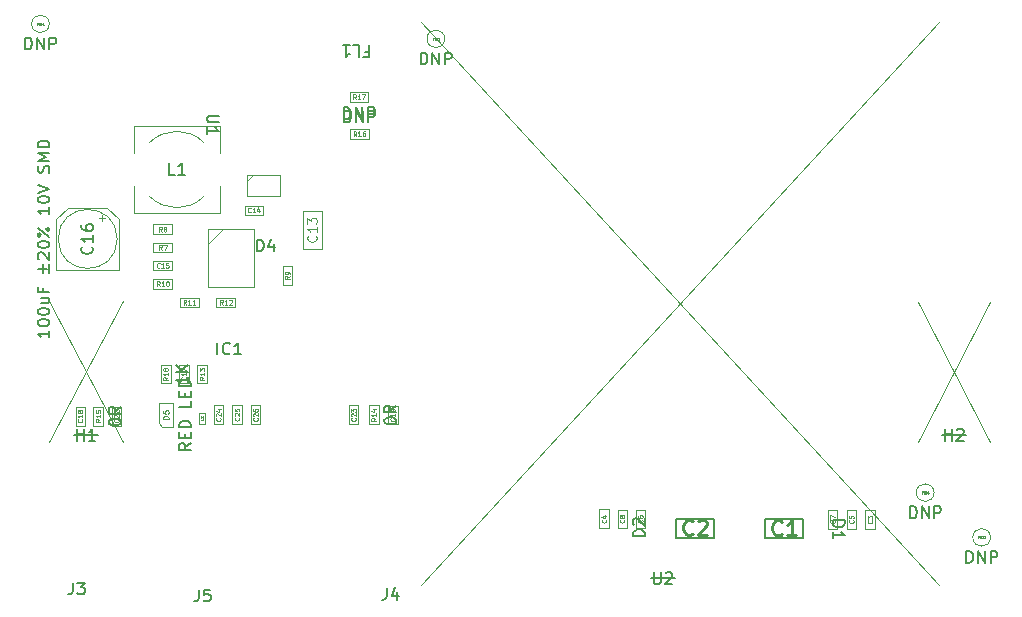
<source format=gbr>
G04 #@! TF.GenerationSoftware,KiCad,Pcbnew,9.0.0*
G04 #@! TF.CreationDate,2025-09-02T12:19:59+03:00*
G04 #@! TF.ProjectId,GSM_SMA_V1.0,47534d5f-534d-4415-9f56-312e302e6b69,rev?*
G04 #@! TF.SameCoordinates,Original*
G04 #@! TF.FileFunction,AssemblyDrawing,Top*
%FSLAX46Y46*%
G04 Gerber Fmt 4.6, Leading zero omitted, Abs format (unit mm)*
G04 Created by KiCad (PCBNEW 9.0.0) date 2025-09-02 12:19:59*
%MOMM*%
%LPD*%
G01*
G04 APERTURE LIST*
%ADD10C,0.060000*%
%ADD11C,0.150000*%
%ADD12C,0.040000*%
%ADD13C,0.120000*%
%ADD14C,0.254000*%
%ADD15C,0.080000*%
%ADD16C,0.100000*%
%ADD17C,0.200000*%
G04 APERTURE END LIST*
D10*
X145093832Y-118941666D02*
X145112880Y-118960714D01*
X145112880Y-118960714D02*
X145131927Y-119017856D01*
X145131927Y-119017856D02*
X145131927Y-119055952D01*
X145131927Y-119055952D02*
X145112880Y-119113095D01*
X145112880Y-119113095D02*
X145074784Y-119151190D01*
X145074784Y-119151190D02*
X145036689Y-119170237D01*
X145036689Y-119170237D02*
X144960499Y-119189285D01*
X144960499Y-119189285D02*
X144903356Y-119189285D01*
X144903356Y-119189285D02*
X144827165Y-119170237D01*
X144827165Y-119170237D02*
X144789070Y-119151190D01*
X144789070Y-119151190D02*
X144750975Y-119113095D01*
X144750975Y-119113095D02*
X144731927Y-119055952D01*
X144731927Y-119055952D02*
X144731927Y-119017856D01*
X144731927Y-119017856D02*
X144750975Y-118960714D01*
X144750975Y-118960714D02*
X144770022Y-118941666D01*
X144731927Y-118579761D02*
X144731927Y-118770237D01*
X144731927Y-118770237D02*
X144922403Y-118789285D01*
X144922403Y-118789285D02*
X144903356Y-118770237D01*
X144903356Y-118770237D02*
X144884308Y-118732142D01*
X144884308Y-118732142D02*
X144884308Y-118636904D01*
X144884308Y-118636904D02*
X144903356Y-118598809D01*
X144903356Y-118598809D02*
X144922403Y-118579761D01*
X144922403Y-118579761D02*
X144960499Y-118560714D01*
X144960499Y-118560714D02*
X145055737Y-118560714D01*
X145055737Y-118560714D02*
X145093832Y-118579761D01*
X145093832Y-118579761D02*
X145112880Y-118598809D01*
X145112880Y-118598809D02*
X145131927Y-118636904D01*
X145131927Y-118636904D02*
X145131927Y-118732142D01*
X145131927Y-118732142D02*
X145112880Y-118770237D01*
X145112880Y-118770237D02*
X145093832Y-118789285D01*
X91503832Y-110287142D02*
X91522880Y-110306190D01*
X91522880Y-110306190D02*
X91541927Y-110363332D01*
X91541927Y-110363332D02*
X91541927Y-110401428D01*
X91541927Y-110401428D02*
X91522880Y-110458571D01*
X91522880Y-110458571D02*
X91484784Y-110496666D01*
X91484784Y-110496666D02*
X91446689Y-110515713D01*
X91446689Y-110515713D02*
X91370499Y-110534761D01*
X91370499Y-110534761D02*
X91313356Y-110534761D01*
X91313356Y-110534761D02*
X91237165Y-110515713D01*
X91237165Y-110515713D02*
X91199070Y-110496666D01*
X91199070Y-110496666D02*
X91160975Y-110458571D01*
X91160975Y-110458571D02*
X91141927Y-110401428D01*
X91141927Y-110401428D02*
X91141927Y-110363332D01*
X91141927Y-110363332D02*
X91160975Y-110306190D01*
X91160975Y-110306190D02*
X91180022Y-110287142D01*
X91180022Y-110134761D02*
X91160975Y-110115713D01*
X91160975Y-110115713D02*
X91141927Y-110077618D01*
X91141927Y-110077618D02*
X91141927Y-109982380D01*
X91141927Y-109982380D02*
X91160975Y-109944285D01*
X91160975Y-109944285D02*
X91180022Y-109925237D01*
X91180022Y-109925237D02*
X91218118Y-109906190D01*
X91218118Y-109906190D02*
X91256213Y-109906190D01*
X91256213Y-109906190D02*
X91313356Y-109925237D01*
X91313356Y-109925237D02*
X91541927Y-110153809D01*
X91541927Y-110153809D02*
X91541927Y-109906190D01*
X91275260Y-109563333D02*
X91541927Y-109563333D01*
X91122880Y-109658571D02*
X91408594Y-109753809D01*
X91408594Y-109753809D02*
X91408594Y-109506190D01*
D11*
X149904286Y-118779319D02*
X149904286Y-117779319D01*
X149904286Y-117779319D02*
X150142381Y-117779319D01*
X150142381Y-117779319D02*
X150285238Y-117826938D01*
X150285238Y-117826938D02*
X150380476Y-117922176D01*
X150380476Y-117922176D02*
X150428095Y-118017414D01*
X150428095Y-118017414D02*
X150475714Y-118207890D01*
X150475714Y-118207890D02*
X150475714Y-118350747D01*
X150475714Y-118350747D02*
X150428095Y-118541223D01*
X150428095Y-118541223D02*
X150380476Y-118636461D01*
X150380476Y-118636461D02*
X150285238Y-118731700D01*
X150285238Y-118731700D02*
X150142381Y-118779319D01*
X150142381Y-118779319D02*
X149904286Y-118779319D01*
X150904286Y-118779319D02*
X150904286Y-117779319D01*
X150904286Y-117779319D02*
X151475714Y-118779319D01*
X151475714Y-118779319D02*
X151475714Y-117779319D01*
X151951905Y-118779319D02*
X151951905Y-117779319D01*
X151951905Y-117779319D02*
X152332857Y-117779319D01*
X152332857Y-117779319D02*
X152428095Y-117826938D01*
X152428095Y-117826938D02*
X152475714Y-117874557D01*
X152475714Y-117874557D02*
X152523333Y-117969795D01*
X152523333Y-117969795D02*
X152523333Y-118112652D01*
X152523333Y-118112652D02*
X152475714Y-118207890D01*
X152475714Y-118207890D02*
X152428095Y-118255509D01*
X152428095Y-118255509D02*
X152332857Y-118303128D01*
X152332857Y-118303128D02*
X151951905Y-118303128D01*
D12*
X150975714Y-116595681D02*
X150909048Y-116595681D01*
X150909048Y-116700443D02*
X150909048Y-116500443D01*
X150909048Y-116500443D02*
X151004286Y-116500443D01*
X151080477Y-116700443D02*
X151080477Y-116500443D01*
X151175715Y-116700443D02*
X151175715Y-116500443D01*
X151175715Y-116500443D02*
X151223334Y-116500443D01*
X151223334Y-116500443D02*
X151251905Y-116509967D01*
X151251905Y-116509967D02*
X151270953Y-116529015D01*
X151270953Y-116529015D02*
X151280476Y-116548062D01*
X151280476Y-116548062D02*
X151290000Y-116586158D01*
X151290000Y-116586158D02*
X151290000Y-116614729D01*
X151290000Y-116614729D02*
X151280476Y-116652824D01*
X151280476Y-116652824D02*
X151270953Y-116671872D01*
X151270953Y-116671872D02*
X151251905Y-116690920D01*
X151251905Y-116690920D02*
X151223334Y-116700443D01*
X151223334Y-116700443D02*
X151175715Y-116700443D01*
X151461429Y-116567110D02*
X151461429Y-116700443D01*
X151413810Y-116490920D02*
X151366191Y-116633777D01*
X151366191Y-116633777D02*
X151490000Y-116633777D01*
D10*
X94102857Y-92843832D02*
X94083809Y-92862880D01*
X94083809Y-92862880D02*
X94026667Y-92881927D01*
X94026667Y-92881927D02*
X93988571Y-92881927D01*
X93988571Y-92881927D02*
X93931428Y-92862880D01*
X93931428Y-92862880D02*
X93893333Y-92824784D01*
X93893333Y-92824784D02*
X93874286Y-92786689D01*
X93874286Y-92786689D02*
X93855238Y-92710499D01*
X93855238Y-92710499D02*
X93855238Y-92653356D01*
X93855238Y-92653356D02*
X93874286Y-92577165D01*
X93874286Y-92577165D02*
X93893333Y-92539070D01*
X93893333Y-92539070D02*
X93931428Y-92500975D01*
X93931428Y-92500975D02*
X93988571Y-92481927D01*
X93988571Y-92481927D02*
X94026667Y-92481927D01*
X94026667Y-92481927D02*
X94083809Y-92500975D01*
X94083809Y-92500975D02*
X94102857Y-92520022D01*
X94483809Y-92881927D02*
X94255238Y-92881927D01*
X94369524Y-92881927D02*
X94369524Y-92481927D01*
X94369524Y-92481927D02*
X94331428Y-92539070D01*
X94331428Y-92539070D02*
X94293333Y-92577165D01*
X94293333Y-92577165D02*
X94255238Y-92596213D01*
X94826666Y-92615260D02*
X94826666Y-92881927D01*
X94731428Y-92462880D02*
X94636190Y-92748594D01*
X94636190Y-92748594D02*
X94883809Y-92748594D01*
X127223832Y-118906666D02*
X127242880Y-118925714D01*
X127242880Y-118925714D02*
X127261927Y-118982856D01*
X127261927Y-118982856D02*
X127261927Y-119020952D01*
X127261927Y-119020952D02*
X127242880Y-119078095D01*
X127242880Y-119078095D02*
X127204784Y-119116190D01*
X127204784Y-119116190D02*
X127166689Y-119135237D01*
X127166689Y-119135237D02*
X127090499Y-119154285D01*
X127090499Y-119154285D02*
X127033356Y-119154285D01*
X127033356Y-119154285D02*
X126957165Y-119135237D01*
X126957165Y-119135237D02*
X126919070Y-119116190D01*
X126919070Y-119116190D02*
X126880975Y-119078095D01*
X126880975Y-119078095D02*
X126861927Y-119020952D01*
X126861927Y-119020952D02*
X126861927Y-118982856D01*
X126861927Y-118982856D02*
X126880975Y-118925714D01*
X126880975Y-118925714D02*
X126900022Y-118906666D01*
X126861927Y-118563809D02*
X126861927Y-118639999D01*
X126861927Y-118639999D02*
X126880975Y-118678095D01*
X126880975Y-118678095D02*
X126900022Y-118697142D01*
X126900022Y-118697142D02*
X126957165Y-118735237D01*
X126957165Y-118735237D02*
X127033356Y-118754285D01*
X127033356Y-118754285D02*
X127185737Y-118754285D01*
X127185737Y-118754285D02*
X127223832Y-118735237D01*
X127223832Y-118735237D02*
X127242880Y-118716190D01*
X127242880Y-118716190D02*
X127261927Y-118678095D01*
X127261927Y-118678095D02*
X127261927Y-118601904D01*
X127261927Y-118601904D02*
X127242880Y-118563809D01*
X127242880Y-118563809D02*
X127223832Y-118544761D01*
X127223832Y-118544761D02*
X127185737Y-118525714D01*
X127185737Y-118525714D02*
X127090499Y-118525714D01*
X127090499Y-118525714D02*
X127052403Y-118544761D01*
X127052403Y-118544761D02*
X127033356Y-118563809D01*
X127033356Y-118563809D02*
X127014308Y-118601904D01*
X127014308Y-118601904D02*
X127014308Y-118678095D01*
X127014308Y-118678095D02*
X127033356Y-118716190D01*
X127033356Y-118716190D02*
X127052403Y-118735237D01*
X127052403Y-118735237D02*
X127090499Y-118754285D01*
D11*
X91385180Y-84679595D02*
X90575657Y-84679595D01*
X90575657Y-84679595D02*
X90480419Y-84727214D01*
X90480419Y-84727214D02*
X90432800Y-84774833D01*
X90432800Y-84774833D02*
X90385180Y-84870071D01*
X90385180Y-84870071D02*
X90385180Y-85060547D01*
X90385180Y-85060547D02*
X90432800Y-85155785D01*
X90432800Y-85155785D02*
X90480419Y-85203404D01*
X90480419Y-85203404D02*
X90575657Y-85251023D01*
X90575657Y-85251023D02*
X91385180Y-85251023D01*
X90385180Y-86251023D02*
X90385180Y-85679595D01*
X90385180Y-85965309D02*
X91385180Y-85965309D01*
X91385180Y-85965309D02*
X91242323Y-85870071D01*
X91242323Y-85870071D02*
X91147085Y-85774833D01*
X91147085Y-85774833D02*
X91099466Y-85679595D01*
D10*
X86372857Y-97533832D02*
X86353809Y-97552880D01*
X86353809Y-97552880D02*
X86296667Y-97571927D01*
X86296667Y-97571927D02*
X86258571Y-97571927D01*
X86258571Y-97571927D02*
X86201428Y-97552880D01*
X86201428Y-97552880D02*
X86163333Y-97514784D01*
X86163333Y-97514784D02*
X86144286Y-97476689D01*
X86144286Y-97476689D02*
X86125238Y-97400499D01*
X86125238Y-97400499D02*
X86125238Y-97343356D01*
X86125238Y-97343356D02*
X86144286Y-97267165D01*
X86144286Y-97267165D02*
X86163333Y-97229070D01*
X86163333Y-97229070D02*
X86201428Y-97190975D01*
X86201428Y-97190975D02*
X86258571Y-97171927D01*
X86258571Y-97171927D02*
X86296667Y-97171927D01*
X86296667Y-97171927D02*
X86353809Y-97190975D01*
X86353809Y-97190975D02*
X86372857Y-97210022D01*
X86753809Y-97571927D02*
X86525238Y-97571927D01*
X86639524Y-97571927D02*
X86639524Y-97171927D01*
X86639524Y-97171927D02*
X86601428Y-97229070D01*
X86601428Y-97229070D02*
X86563333Y-97267165D01*
X86563333Y-97267165D02*
X86525238Y-97286213D01*
X87115714Y-97171927D02*
X86925238Y-97171927D01*
X86925238Y-97171927D02*
X86906190Y-97362403D01*
X86906190Y-97362403D02*
X86925238Y-97343356D01*
X86925238Y-97343356D02*
X86963333Y-97324308D01*
X86963333Y-97324308D02*
X87058571Y-97324308D01*
X87058571Y-97324308D02*
X87096666Y-97343356D01*
X87096666Y-97343356D02*
X87115714Y-97362403D01*
X87115714Y-97362403D02*
X87134761Y-97400499D01*
X87134761Y-97400499D02*
X87134761Y-97495737D01*
X87134761Y-97495737D02*
X87115714Y-97533832D01*
X87115714Y-97533832D02*
X87096666Y-97552880D01*
X87096666Y-97552880D02*
X87058571Y-97571927D01*
X87058571Y-97571927D02*
X86963333Y-97571927D01*
X86963333Y-97571927D02*
X86925238Y-97552880D01*
X86925238Y-97552880D02*
X86906190Y-97533832D01*
X86563333Y-94501927D02*
X86430000Y-94311451D01*
X86334762Y-94501927D02*
X86334762Y-94101927D01*
X86334762Y-94101927D02*
X86487143Y-94101927D01*
X86487143Y-94101927D02*
X86525238Y-94120975D01*
X86525238Y-94120975D02*
X86544285Y-94140022D01*
X86544285Y-94140022D02*
X86563333Y-94178118D01*
X86563333Y-94178118D02*
X86563333Y-94235260D01*
X86563333Y-94235260D02*
X86544285Y-94273356D01*
X86544285Y-94273356D02*
X86525238Y-94292403D01*
X86525238Y-94292403D02*
X86487143Y-94311451D01*
X86487143Y-94311451D02*
X86334762Y-94311451D01*
X86791904Y-94273356D02*
X86753809Y-94254308D01*
X86753809Y-94254308D02*
X86734762Y-94235260D01*
X86734762Y-94235260D02*
X86715714Y-94197165D01*
X86715714Y-94197165D02*
X86715714Y-94178118D01*
X86715714Y-94178118D02*
X86734762Y-94140022D01*
X86734762Y-94140022D02*
X86753809Y-94120975D01*
X86753809Y-94120975D02*
X86791904Y-94101927D01*
X86791904Y-94101927D02*
X86868095Y-94101927D01*
X86868095Y-94101927D02*
X86906190Y-94120975D01*
X86906190Y-94120975D02*
X86925238Y-94140022D01*
X86925238Y-94140022D02*
X86944285Y-94178118D01*
X86944285Y-94178118D02*
X86944285Y-94197165D01*
X86944285Y-94197165D02*
X86925238Y-94235260D01*
X86925238Y-94235260D02*
X86906190Y-94254308D01*
X86906190Y-94254308D02*
X86868095Y-94273356D01*
X86868095Y-94273356D02*
X86791904Y-94273356D01*
X86791904Y-94273356D02*
X86753809Y-94292403D01*
X86753809Y-94292403D02*
X86734762Y-94311451D01*
X86734762Y-94311451D02*
X86715714Y-94349546D01*
X86715714Y-94349546D02*
X86715714Y-94425737D01*
X86715714Y-94425737D02*
X86734762Y-94463832D01*
X86734762Y-94463832D02*
X86753809Y-94482880D01*
X86753809Y-94482880D02*
X86791904Y-94501927D01*
X86791904Y-94501927D02*
X86868095Y-94501927D01*
X86868095Y-94501927D02*
X86906190Y-94482880D01*
X86906190Y-94482880D02*
X86925238Y-94463832D01*
X86925238Y-94463832D02*
X86944285Y-94425737D01*
X86944285Y-94425737D02*
X86944285Y-94349546D01*
X86944285Y-94349546D02*
X86925238Y-94311451D01*
X86925238Y-94311451D02*
X86906190Y-94292403D01*
X86906190Y-94292403D02*
X86868095Y-94273356D01*
D11*
X87653333Y-89704819D02*
X87177143Y-89704819D01*
X87177143Y-89704819D02*
X87177143Y-88704819D01*
X88510476Y-89704819D02*
X87939048Y-89704819D01*
X88224762Y-89704819D02*
X88224762Y-88704819D01*
X88224762Y-88704819D02*
X88129524Y-88847676D01*
X88129524Y-88847676D02*
X88034286Y-88942914D01*
X88034286Y-88942914D02*
X87939048Y-88990533D01*
X105394819Y-110577618D02*
X105394819Y-110482380D01*
X105394819Y-110482380D02*
X105442438Y-110387142D01*
X105442438Y-110387142D02*
X105490057Y-110339523D01*
X105490057Y-110339523D02*
X105585295Y-110291904D01*
X105585295Y-110291904D02*
X105775771Y-110244285D01*
X105775771Y-110244285D02*
X106013866Y-110244285D01*
X106013866Y-110244285D02*
X106204342Y-110291904D01*
X106204342Y-110291904D02*
X106299580Y-110339523D01*
X106299580Y-110339523D02*
X106347200Y-110387142D01*
X106347200Y-110387142D02*
X106394819Y-110482380D01*
X106394819Y-110482380D02*
X106394819Y-110577618D01*
X106394819Y-110577618D02*
X106347200Y-110672856D01*
X106347200Y-110672856D02*
X106299580Y-110720475D01*
X106299580Y-110720475D02*
X106204342Y-110768094D01*
X106204342Y-110768094D02*
X106013866Y-110815713D01*
X106013866Y-110815713D02*
X105775771Y-110815713D01*
X105775771Y-110815713D02*
X105585295Y-110768094D01*
X105585295Y-110768094D02*
X105490057Y-110720475D01*
X105490057Y-110720475D02*
X105442438Y-110672856D01*
X105442438Y-110672856D02*
X105394819Y-110577618D01*
X106394819Y-109244285D02*
X105918628Y-109577618D01*
X106394819Y-109815713D02*
X105394819Y-109815713D01*
X105394819Y-109815713D02*
X105394819Y-109434761D01*
X105394819Y-109434761D02*
X105442438Y-109339523D01*
X105442438Y-109339523D02*
X105490057Y-109291904D01*
X105490057Y-109291904D02*
X105585295Y-109244285D01*
X105585295Y-109244285D02*
X105728152Y-109244285D01*
X105728152Y-109244285D02*
X105823390Y-109291904D01*
X105823390Y-109291904D02*
X105871009Y-109339523D01*
X105871009Y-109339523D02*
X105918628Y-109434761D01*
X105918628Y-109434761D02*
X105918628Y-109815713D01*
D10*
X104691927Y-110287142D02*
X104501451Y-110420475D01*
X104691927Y-110515713D02*
X104291927Y-110515713D01*
X104291927Y-110515713D02*
X104291927Y-110363332D01*
X104291927Y-110363332D02*
X104310975Y-110325237D01*
X104310975Y-110325237D02*
X104330022Y-110306190D01*
X104330022Y-110306190D02*
X104368118Y-110287142D01*
X104368118Y-110287142D02*
X104425260Y-110287142D01*
X104425260Y-110287142D02*
X104463356Y-110306190D01*
X104463356Y-110306190D02*
X104482403Y-110325237D01*
X104482403Y-110325237D02*
X104501451Y-110363332D01*
X104501451Y-110363332D02*
X104501451Y-110515713D01*
X104691927Y-109906190D02*
X104691927Y-110134761D01*
X104691927Y-110020475D02*
X104291927Y-110020475D01*
X104291927Y-110020475D02*
X104349070Y-110058571D01*
X104349070Y-110058571D02*
X104387165Y-110096666D01*
X104387165Y-110096666D02*
X104406213Y-110134761D01*
X104425260Y-109563333D02*
X104691927Y-109563333D01*
X104272880Y-109658571D02*
X104558594Y-109753809D01*
X104558594Y-109753809D02*
X104558594Y-109506190D01*
D11*
X94601905Y-96184819D02*
X94601905Y-95184819D01*
X94601905Y-95184819D02*
X94840000Y-95184819D01*
X94840000Y-95184819D02*
X94982857Y-95232438D01*
X94982857Y-95232438D02*
X95078095Y-95327676D01*
X95078095Y-95327676D02*
X95125714Y-95422914D01*
X95125714Y-95422914D02*
X95173333Y-95613390D01*
X95173333Y-95613390D02*
X95173333Y-95756247D01*
X95173333Y-95756247D02*
X95125714Y-95946723D01*
X95125714Y-95946723D02*
X95078095Y-96041961D01*
X95078095Y-96041961D02*
X94982857Y-96137200D01*
X94982857Y-96137200D02*
X94840000Y-96184819D01*
X94840000Y-96184819D02*
X94601905Y-96184819D01*
X96030476Y-95518152D02*
X96030476Y-96184819D01*
X95792381Y-95137200D02*
X95554286Y-95851485D01*
X95554286Y-95851485D02*
X96173333Y-95851485D01*
X143365180Y-118966905D02*
X144365180Y-118966905D01*
X144365180Y-118966905D02*
X144365180Y-119205000D01*
X144365180Y-119205000D02*
X144317561Y-119347857D01*
X144317561Y-119347857D02*
X144222323Y-119443095D01*
X144222323Y-119443095D02*
X144127085Y-119490714D01*
X144127085Y-119490714D02*
X143936609Y-119538333D01*
X143936609Y-119538333D02*
X143793752Y-119538333D01*
X143793752Y-119538333D02*
X143603276Y-119490714D01*
X143603276Y-119490714D02*
X143508038Y-119443095D01*
X143508038Y-119443095D02*
X143412800Y-119347857D01*
X143412800Y-119347857D02*
X143365180Y-119205000D01*
X143365180Y-119205000D02*
X143365180Y-118966905D01*
X143365180Y-120490714D02*
X143365180Y-119919286D01*
X143365180Y-120205000D02*
X144365180Y-120205000D01*
X144365180Y-120205000D02*
X144222323Y-120109762D01*
X144222323Y-120109762D02*
X144127085Y-120014524D01*
X144127085Y-120014524D02*
X144079466Y-119919286D01*
D10*
X106273832Y-110297142D02*
X106292880Y-110316190D01*
X106292880Y-110316190D02*
X106311927Y-110373332D01*
X106311927Y-110373332D02*
X106311927Y-110411428D01*
X106311927Y-110411428D02*
X106292880Y-110468571D01*
X106292880Y-110468571D02*
X106254784Y-110506666D01*
X106254784Y-110506666D02*
X106216689Y-110525713D01*
X106216689Y-110525713D02*
X106140499Y-110544761D01*
X106140499Y-110544761D02*
X106083356Y-110544761D01*
X106083356Y-110544761D02*
X106007165Y-110525713D01*
X106007165Y-110525713D02*
X105969070Y-110506666D01*
X105969070Y-110506666D02*
X105930975Y-110468571D01*
X105930975Y-110468571D02*
X105911927Y-110411428D01*
X105911927Y-110411428D02*
X105911927Y-110373332D01*
X105911927Y-110373332D02*
X105930975Y-110316190D01*
X105930975Y-110316190D02*
X105950022Y-110297142D01*
X106311927Y-109916190D02*
X106311927Y-110144761D01*
X106311927Y-110030475D02*
X105911927Y-110030475D01*
X105911927Y-110030475D02*
X105969070Y-110068571D01*
X105969070Y-110068571D02*
X106007165Y-110106666D01*
X106007165Y-110106666D02*
X106026213Y-110144761D01*
X106311927Y-109725714D02*
X106311927Y-109649523D01*
X106311927Y-109649523D02*
X106292880Y-109611428D01*
X106292880Y-109611428D02*
X106273832Y-109592380D01*
X106273832Y-109592380D02*
X106216689Y-109554285D01*
X106216689Y-109554285D02*
X106140499Y-109535238D01*
X106140499Y-109535238D02*
X105988118Y-109535238D01*
X105988118Y-109535238D02*
X105950022Y-109554285D01*
X105950022Y-109554285D02*
X105930975Y-109573333D01*
X105930975Y-109573333D02*
X105911927Y-109611428D01*
X105911927Y-109611428D02*
X105911927Y-109687619D01*
X105911927Y-109687619D02*
X105930975Y-109725714D01*
X105930975Y-109725714D02*
X105950022Y-109744761D01*
X105950022Y-109744761D02*
X105988118Y-109763809D01*
X105988118Y-109763809D02*
X106083356Y-109763809D01*
X106083356Y-109763809D02*
X106121451Y-109744761D01*
X106121451Y-109744761D02*
X106140499Y-109725714D01*
X106140499Y-109725714D02*
X106159546Y-109687619D01*
X106159546Y-109687619D02*
X106159546Y-109611428D01*
X106159546Y-109611428D02*
X106140499Y-109573333D01*
X106140499Y-109573333D02*
X106121451Y-109554285D01*
X106121451Y-109554285D02*
X106083356Y-109535238D01*
D11*
X74994286Y-79089319D02*
X74994286Y-78089319D01*
X74994286Y-78089319D02*
X75232381Y-78089319D01*
X75232381Y-78089319D02*
X75375238Y-78136938D01*
X75375238Y-78136938D02*
X75470476Y-78232176D01*
X75470476Y-78232176D02*
X75518095Y-78327414D01*
X75518095Y-78327414D02*
X75565714Y-78517890D01*
X75565714Y-78517890D02*
X75565714Y-78660747D01*
X75565714Y-78660747D02*
X75518095Y-78851223D01*
X75518095Y-78851223D02*
X75470476Y-78946461D01*
X75470476Y-78946461D02*
X75375238Y-79041700D01*
X75375238Y-79041700D02*
X75232381Y-79089319D01*
X75232381Y-79089319D02*
X74994286Y-79089319D01*
X75994286Y-79089319D02*
X75994286Y-78089319D01*
X75994286Y-78089319D02*
X76565714Y-79089319D01*
X76565714Y-79089319D02*
X76565714Y-78089319D01*
X77041905Y-79089319D02*
X77041905Y-78089319D01*
X77041905Y-78089319D02*
X77422857Y-78089319D01*
X77422857Y-78089319D02*
X77518095Y-78136938D01*
X77518095Y-78136938D02*
X77565714Y-78184557D01*
X77565714Y-78184557D02*
X77613333Y-78279795D01*
X77613333Y-78279795D02*
X77613333Y-78422652D01*
X77613333Y-78422652D02*
X77565714Y-78517890D01*
X77565714Y-78517890D02*
X77518095Y-78565509D01*
X77518095Y-78565509D02*
X77422857Y-78613128D01*
X77422857Y-78613128D02*
X77041905Y-78613128D01*
D12*
X76065714Y-76905681D02*
X75999048Y-76905681D01*
X75999048Y-77010443D02*
X75999048Y-76810443D01*
X75999048Y-76810443D02*
X76094286Y-76810443D01*
X76170477Y-77010443D02*
X76170477Y-76810443D01*
X76265715Y-77010443D02*
X76265715Y-76810443D01*
X76265715Y-76810443D02*
X76313334Y-76810443D01*
X76313334Y-76810443D02*
X76341905Y-76819967D01*
X76341905Y-76819967D02*
X76360953Y-76839015D01*
X76360953Y-76839015D02*
X76370476Y-76858062D01*
X76370476Y-76858062D02*
X76380000Y-76896158D01*
X76380000Y-76896158D02*
X76380000Y-76924729D01*
X76380000Y-76924729D02*
X76370476Y-76962824D01*
X76370476Y-76962824D02*
X76360953Y-76981872D01*
X76360953Y-76981872D02*
X76341905Y-77000920D01*
X76341905Y-77000920D02*
X76313334Y-77010443D01*
X76313334Y-77010443D02*
X76265715Y-77010443D01*
X76570476Y-77010443D02*
X76456191Y-77010443D01*
X76513334Y-77010443D02*
X76513334Y-76810443D01*
X76513334Y-76810443D02*
X76494286Y-76839015D01*
X76494286Y-76839015D02*
X76475238Y-76858062D01*
X76475238Y-76858062D02*
X76456191Y-76867586D01*
D11*
X103738548Y-79269045D02*
X104071881Y-79269045D01*
X104071881Y-78745235D02*
X104071881Y-79745235D01*
X104071881Y-79745235D02*
X103595691Y-79745235D01*
X102738548Y-78745235D02*
X103214738Y-78745235D01*
X103214738Y-78745235D02*
X103214738Y-79745235D01*
X101881405Y-78745235D02*
X102452833Y-78745235D01*
X102167119Y-78745235D02*
X102167119Y-79745235D01*
X102167119Y-79745235D02*
X102262357Y-79602378D01*
X102262357Y-79602378D02*
X102357595Y-79507140D01*
X102357595Y-79507140D02*
X102452833Y-79459521D01*
X82064819Y-110677618D02*
X82064819Y-110582380D01*
X82064819Y-110582380D02*
X82112438Y-110487142D01*
X82112438Y-110487142D02*
X82160057Y-110439523D01*
X82160057Y-110439523D02*
X82255295Y-110391904D01*
X82255295Y-110391904D02*
X82445771Y-110344285D01*
X82445771Y-110344285D02*
X82683866Y-110344285D01*
X82683866Y-110344285D02*
X82874342Y-110391904D01*
X82874342Y-110391904D02*
X82969580Y-110439523D01*
X82969580Y-110439523D02*
X83017200Y-110487142D01*
X83017200Y-110487142D02*
X83064819Y-110582380D01*
X83064819Y-110582380D02*
X83064819Y-110677618D01*
X83064819Y-110677618D02*
X83017200Y-110772856D01*
X83017200Y-110772856D02*
X82969580Y-110820475D01*
X82969580Y-110820475D02*
X82874342Y-110868094D01*
X82874342Y-110868094D02*
X82683866Y-110915713D01*
X82683866Y-110915713D02*
X82445771Y-110915713D01*
X82445771Y-110915713D02*
X82255295Y-110868094D01*
X82255295Y-110868094D02*
X82160057Y-110820475D01*
X82160057Y-110820475D02*
X82112438Y-110772856D01*
X82112438Y-110772856D02*
X82064819Y-110677618D01*
X83064819Y-109344285D02*
X82588628Y-109677618D01*
X83064819Y-109915713D02*
X82064819Y-109915713D01*
X82064819Y-109915713D02*
X82064819Y-109534761D01*
X82064819Y-109534761D02*
X82112438Y-109439523D01*
X82112438Y-109439523D02*
X82160057Y-109391904D01*
X82160057Y-109391904D02*
X82255295Y-109344285D01*
X82255295Y-109344285D02*
X82398152Y-109344285D01*
X82398152Y-109344285D02*
X82493390Y-109391904D01*
X82493390Y-109391904D02*
X82541009Y-109439523D01*
X82541009Y-109439523D02*
X82588628Y-109534761D01*
X82588628Y-109534761D02*
X82588628Y-109915713D01*
D10*
X81361927Y-110387142D02*
X81171451Y-110520475D01*
X81361927Y-110615713D02*
X80961927Y-110615713D01*
X80961927Y-110615713D02*
X80961927Y-110463332D01*
X80961927Y-110463332D02*
X80980975Y-110425237D01*
X80980975Y-110425237D02*
X81000022Y-110406190D01*
X81000022Y-110406190D02*
X81038118Y-110387142D01*
X81038118Y-110387142D02*
X81095260Y-110387142D01*
X81095260Y-110387142D02*
X81133356Y-110406190D01*
X81133356Y-110406190D02*
X81152403Y-110425237D01*
X81152403Y-110425237D02*
X81171451Y-110463332D01*
X81171451Y-110463332D02*
X81171451Y-110615713D01*
X81361927Y-110006190D02*
X81361927Y-110234761D01*
X81361927Y-110120475D02*
X80961927Y-110120475D01*
X80961927Y-110120475D02*
X81019070Y-110158571D01*
X81019070Y-110158571D02*
X81057165Y-110196666D01*
X81057165Y-110196666D02*
X81076213Y-110234761D01*
X80961927Y-109644285D02*
X80961927Y-109834761D01*
X80961927Y-109834761D02*
X81152403Y-109853809D01*
X81152403Y-109853809D02*
X81133356Y-109834761D01*
X81133356Y-109834761D02*
X81114308Y-109796666D01*
X81114308Y-109796666D02*
X81114308Y-109701428D01*
X81114308Y-109701428D02*
X81133356Y-109663333D01*
X81133356Y-109663333D02*
X81152403Y-109644285D01*
X81152403Y-109644285D02*
X81190499Y-109625238D01*
X81190499Y-109625238D02*
X81285737Y-109625238D01*
X81285737Y-109625238D02*
X81323832Y-109644285D01*
X81323832Y-109644285D02*
X81342880Y-109663333D01*
X81342880Y-109663333D02*
X81361927Y-109701428D01*
X81361927Y-109701428D02*
X81361927Y-109796666D01*
X81361927Y-109796666D02*
X81342880Y-109834761D01*
X81342880Y-109834761D02*
X81323832Y-109853809D01*
X125683832Y-118906666D02*
X125702880Y-118925714D01*
X125702880Y-118925714D02*
X125721927Y-118982856D01*
X125721927Y-118982856D02*
X125721927Y-119020952D01*
X125721927Y-119020952D02*
X125702880Y-119078095D01*
X125702880Y-119078095D02*
X125664784Y-119116190D01*
X125664784Y-119116190D02*
X125626689Y-119135237D01*
X125626689Y-119135237D02*
X125550499Y-119154285D01*
X125550499Y-119154285D02*
X125493356Y-119154285D01*
X125493356Y-119154285D02*
X125417165Y-119135237D01*
X125417165Y-119135237D02*
X125379070Y-119116190D01*
X125379070Y-119116190D02*
X125340975Y-119078095D01*
X125340975Y-119078095D02*
X125321927Y-119020952D01*
X125321927Y-119020952D02*
X125321927Y-118982856D01*
X125321927Y-118982856D02*
X125340975Y-118925714D01*
X125340975Y-118925714D02*
X125360022Y-118906666D01*
X125493356Y-118678095D02*
X125474308Y-118716190D01*
X125474308Y-118716190D02*
X125455260Y-118735237D01*
X125455260Y-118735237D02*
X125417165Y-118754285D01*
X125417165Y-118754285D02*
X125398118Y-118754285D01*
X125398118Y-118754285D02*
X125360022Y-118735237D01*
X125360022Y-118735237D02*
X125340975Y-118716190D01*
X125340975Y-118716190D02*
X125321927Y-118678095D01*
X125321927Y-118678095D02*
X125321927Y-118601904D01*
X125321927Y-118601904D02*
X125340975Y-118563809D01*
X125340975Y-118563809D02*
X125360022Y-118544761D01*
X125360022Y-118544761D02*
X125398118Y-118525714D01*
X125398118Y-118525714D02*
X125417165Y-118525714D01*
X125417165Y-118525714D02*
X125455260Y-118544761D01*
X125455260Y-118544761D02*
X125474308Y-118563809D01*
X125474308Y-118563809D02*
X125493356Y-118601904D01*
X125493356Y-118601904D02*
X125493356Y-118678095D01*
X125493356Y-118678095D02*
X125512403Y-118716190D01*
X125512403Y-118716190D02*
X125531451Y-118735237D01*
X125531451Y-118735237D02*
X125569546Y-118754285D01*
X125569546Y-118754285D02*
X125645737Y-118754285D01*
X125645737Y-118754285D02*
X125683832Y-118735237D01*
X125683832Y-118735237D02*
X125702880Y-118716190D01*
X125702880Y-118716190D02*
X125721927Y-118678095D01*
X125721927Y-118678095D02*
X125721927Y-118601904D01*
X125721927Y-118601904D02*
X125702880Y-118563809D01*
X125702880Y-118563809D02*
X125683832Y-118544761D01*
X125683832Y-118544761D02*
X125645737Y-118525714D01*
X125645737Y-118525714D02*
X125569546Y-118525714D01*
X125569546Y-118525714D02*
X125531451Y-118544761D01*
X125531451Y-118544761D02*
X125512403Y-118563809D01*
X125512403Y-118563809D02*
X125493356Y-118601904D01*
D11*
X154684286Y-122569319D02*
X154684286Y-121569319D01*
X154684286Y-121569319D02*
X154922381Y-121569319D01*
X154922381Y-121569319D02*
X155065238Y-121616938D01*
X155065238Y-121616938D02*
X155160476Y-121712176D01*
X155160476Y-121712176D02*
X155208095Y-121807414D01*
X155208095Y-121807414D02*
X155255714Y-121997890D01*
X155255714Y-121997890D02*
X155255714Y-122140747D01*
X155255714Y-122140747D02*
X155208095Y-122331223D01*
X155208095Y-122331223D02*
X155160476Y-122426461D01*
X155160476Y-122426461D02*
X155065238Y-122521700D01*
X155065238Y-122521700D02*
X154922381Y-122569319D01*
X154922381Y-122569319D02*
X154684286Y-122569319D01*
X155684286Y-122569319D02*
X155684286Y-121569319D01*
X155684286Y-121569319D02*
X156255714Y-122569319D01*
X156255714Y-122569319D02*
X156255714Y-121569319D01*
X156731905Y-122569319D02*
X156731905Y-121569319D01*
X156731905Y-121569319D02*
X157112857Y-121569319D01*
X157112857Y-121569319D02*
X157208095Y-121616938D01*
X157208095Y-121616938D02*
X157255714Y-121664557D01*
X157255714Y-121664557D02*
X157303333Y-121759795D01*
X157303333Y-121759795D02*
X157303333Y-121902652D01*
X157303333Y-121902652D02*
X157255714Y-121997890D01*
X157255714Y-121997890D02*
X157208095Y-122045509D01*
X157208095Y-122045509D02*
X157112857Y-122093128D01*
X157112857Y-122093128D02*
X156731905Y-122093128D01*
D12*
X155755714Y-120385681D02*
X155689048Y-120385681D01*
X155689048Y-120490443D02*
X155689048Y-120290443D01*
X155689048Y-120290443D02*
X155784286Y-120290443D01*
X155860477Y-120490443D02*
X155860477Y-120290443D01*
X155955715Y-120490443D02*
X155955715Y-120290443D01*
X155955715Y-120290443D02*
X156003334Y-120290443D01*
X156003334Y-120290443D02*
X156031905Y-120299967D01*
X156031905Y-120299967D02*
X156050953Y-120319015D01*
X156050953Y-120319015D02*
X156060476Y-120338062D01*
X156060476Y-120338062D02*
X156070000Y-120376158D01*
X156070000Y-120376158D02*
X156070000Y-120404729D01*
X156070000Y-120404729D02*
X156060476Y-120442824D01*
X156060476Y-120442824D02*
X156050953Y-120461872D01*
X156050953Y-120461872D02*
X156031905Y-120480920D01*
X156031905Y-120480920D02*
X156003334Y-120490443D01*
X156003334Y-120490443D02*
X155955715Y-120490443D01*
X156146191Y-120309491D02*
X156155715Y-120299967D01*
X156155715Y-120299967D02*
X156174762Y-120290443D01*
X156174762Y-120290443D02*
X156222381Y-120290443D01*
X156222381Y-120290443D02*
X156241429Y-120299967D01*
X156241429Y-120299967D02*
X156250953Y-120309491D01*
X156250953Y-120309491D02*
X156260476Y-120328539D01*
X156260476Y-120328539D02*
X156260476Y-120347586D01*
X156260476Y-120347586D02*
X156250953Y-120376158D01*
X156250953Y-120376158D02*
X156136667Y-120490443D01*
X156136667Y-120490443D02*
X156260476Y-120490443D01*
D11*
X79368095Y-112204819D02*
X79368095Y-111204819D01*
X79368095Y-111681009D02*
X79939523Y-111681009D01*
X79939523Y-112204819D02*
X79939523Y-111204819D01*
X80939523Y-112204819D02*
X80368095Y-112204819D01*
X80653809Y-112204819D02*
X80653809Y-111204819D01*
X80653809Y-111204819D02*
X80558571Y-111347676D01*
X80558571Y-111347676D02*
X80463333Y-111442914D01*
X80463333Y-111442914D02*
X80368095Y-111490533D01*
X79143095Y-111705532D02*
X81158814Y-111705532D01*
X105606666Y-124664819D02*
X105606666Y-125379104D01*
X105606666Y-125379104D02*
X105559047Y-125521961D01*
X105559047Y-125521961D02*
X105463809Y-125617200D01*
X105463809Y-125617200D02*
X105320952Y-125664819D01*
X105320952Y-125664819D02*
X105225714Y-125664819D01*
X106511428Y-124998152D02*
X106511428Y-125664819D01*
X106273333Y-124617200D02*
X106035238Y-125331485D01*
X106035238Y-125331485D02*
X106654285Y-125331485D01*
D10*
X94653832Y-110287142D02*
X94672880Y-110306190D01*
X94672880Y-110306190D02*
X94691927Y-110363332D01*
X94691927Y-110363332D02*
X94691927Y-110401428D01*
X94691927Y-110401428D02*
X94672880Y-110458571D01*
X94672880Y-110458571D02*
X94634784Y-110496666D01*
X94634784Y-110496666D02*
X94596689Y-110515713D01*
X94596689Y-110515713D02*
X94520499Y-110534761D01*
X94520499Y-110534761D02*
X94463356Y-110534761D01*
X94463356Y-110534761D02*
X94387165Y-110515713D01*
X94387165Y-110515713D02*
X94349070Y-110496666D01*
X94349070Y-110496666D02*
X94310975Y-110458571D01*
X94310975Y-110458571D02*
X94291927Y-110401428D01*
X94291927Y-110401428D02*
X94291927Y-110363332D01*
X94291927Y-110363332D02*
X94310975Y-110306190D01*
X94310975Y-110306190D02*
X94330022Y-110287142D01*
X94330022Y-110134761D02*
X94310975Y-110115713D01*
X94310975Y-110115713D02*
X94291927Y-110077618D01*
X94291927Y-110077618D02*
X94291927Y-109982380D01*
X94291927Y-109982380D02*
X94310975Y-109944285D01*
X94310975Y-109944285D02*
X94330022Y-109925237D01*
X94330022Y-109925237D02*
X94368118Y-109906190D01*
X94368118Y-109906190D02*
X94406213Y-109906190D01*
X94406213Y-109906190D02*
X94463356Y-109925237D01*
X94463356Y-109925237D02*
X94691927Y-110153809D01*
X94691927Y-110153809D02*
X94691927Y-109906190D01*
X94291927Y-109563333D02*
X94291927Y-109639523D01*
X94291927Y-109639523D02*
X94310975Y-109677619D01*
X94310975Y-109677619D02*
X94330022Y-109696666D01*
X94330022Y-109696666D02*
X94387165Y-109734761D01*
X94387165Y-109734761D02*
X94463356Y-109753809D01*
X94463356Y-109753809D02*
X94615737Y-109753809D01*
X94615737Y-109753809D02*
X94653832Y-109734761D01*
X94653832Y-109734761D02*
X94672880Y-109715714D01*
X94672880Y-109715714D02*
X94691927Y-109677619D01*
X94691927Y-109677619D02*
X94691927Y-109601428D01*
X94691927Y-109601428D02*
X94672880Y-109563333D01*
X94672880Y-109563333D02*
X94653832Y-109544285D01*
X94653832Y-109544285D02*
X94615737Y-109525238D01*
X94615737Y-109525238D02*
X94520499Y-109525238D01*
X94520499Y-109525238D02*
X94482403Y-109544285D01*
X94482403Y-109544285D02*
X94463356Y-109563333D01*
X94463356Y-109563333D02*
X94444308Y-109601428D01*
X94444308Y-109601428D02*
X94444308Y-109677619D01*
X94444308Y-109677619D02*
X94463356Y-109715714D01*
X94463356Y-109715714D02*
X94482403Y-109734761D01*
X94482403Y-109734761D02*
X94520499Y-109753809D01*
D11*
X127444819Y-120298094D02*
X126444819Y-120298094D01*
X126444819Y-120298094D02*
X126444819Y-120059999D01*
X126444819Y-120059999D02*
X126492438Y-119917142D01*
X126492438Y-119917142D02*
X126587676Y-119821904D01*
X126587676Y-119821904D02*
X126682914Y-119774285D01*
X126682914Y-119774285D02*
X126873390Y-119726666D01*
X126873390Y-119726666D02*
X127016247Y-119726666D01*
X127016247Y-119726666D02*
X127206723Y-119774285D01*
X127206723Y-119774285D02*
X127301961Y-119821904D01*
X127301961Y-119821904D02*
X127397200Y-119917142D01*
X127397200Y-119917142D02*
X127444819Y-120059999D01*
X127444819Y-120059999D02*
X127444819Y-120298094D01*
X126540057Y-119345713D02*
X126492438Y-119298094D01*
X126492438Y-119298094D02*
X126444819Y-119202856D01*
X126444819Y-119202856D02*
X126444819Y-118964761D01*
X126444819Y-118964761D02*
X126492438Y-118869523D01*
X126492438Y-118869523D02*
X126540057Y-118821904D01*
X126540057Y-118821904D02*
X126635295Y-118774285D01*
X126635295Y-118774285D02*
X126730533Y-118774285D01*
X126730533Y-118774285D02*
X126873390Y-118821904D01*
X126873390Y-118821904D02*
X127444819Y-119393332D01*
X127444819Y-119393332D02*
X127444819Y-118774285D01*
X108474286Y-80359319D02*
X108474286Y-79359319D01*
X108474286Y-79359319D02*
X108712381Y-79359319D01*
X108712381Y-79359319D02*
X108855238Y-79406938D01*
X108855238Y-79406938D02*
X108950476Y-79502176D01*
X108950476Y-79502176D02*
X108998095Y-79597414D01*
X108998095Y-79597414D02*
X109045714Y-79787890D01*
X109045714Y-79787890D02*
X109045714Y-79930747D01*
X109045714Y-79930747D02*
X108998095Y-80121223D01*
X108998095Y-80121223D02*
X108950476Y-80216461D01*
X108950476Y-80216461D02*
X108855238Y-80311700D01*
X108855238Y-80311700D02*
X108712381Y-80359319D01*
X108712381Y-80359319D02*
X108474286Y-80359319D01*
X109474286Y-80359319D02*
X109474286Y-79359319D01*
X109474286Y-79359319D02*
X110045714Y-80359319D01*
X110045714Y-80359319D02*
X110045714Y-79359319D01*
X110521905Y-80359319D02*
X110521905Y-79359319D01*
X110521905Y-79359319D02*
X110902857Y-79359319D01*
X110902857Y-79359319D02*
X110998095Y-79406938D01*
X110998095Y-79406938D02*
X111045714Y-79454557D01*
X111045714Y-79454557D02*
X111093333Y-79549795D01*
X111093333Y-79549795D02*
X111093333Y-79692652D01*
X111093333Y-79692652D02*
X111045714Y-79787890D01*
X111045714Y-79787890D02*
X110998095Y-79835509D01*
X110998095Y-79835509D02*
X110902857Y-79883128D01*
X110902857Y-79883128D02*
X110521905Y-79883128D01*
D12*
X109545714Y-78175681D02*
X109479048Y-78175681D01*
X109479048Y-78280443D02*
X109479048Y-78080443D01*
X109479048Y-78080443D02*
X109574286Y-78080443D01*
X109650477Y-78280443D02*
X109650477Y-78080443D01*
X109745715Y-78280443D02*
X109745715Y-78080443D01*
X109745715Y-78080443D02*
X109793334Y-78080443D01*
X109793334Y-78080443D02*
X109821905Y-78089967D01*
X109821905Y-78089967D02*
X109840953Y-78109015D01*
X109840953Y-78109015D02*
X109850476Y-78128062D01*
X109850476Y-78128062D02*
X109860000Y-78166158D01*
X109860000Y-78166158D02*
X109860000Y-78194729D01*
X109860000Y-78194729D02*
X109850476Y-78232824D01*
X109850476Y-78232824D02*
X109840953Y-78251872D01*
X109840953Y-78251872D02*
X109821905Y-78270920D01*
X109821905Y-78270920D02*
X109793334Y-78280443D01*
X109793334Y-78280443D02*
X109745715Y-78280443D01*
X109926667Y-78080443D02*
X110050476Y-78080443D01*
X110050476Y-78080443D02*
X109983810Y-78156634D01*
X109983810Y-78156634D02*
X110012381Y-78156634D01*
X110012381Y-78156634D02*
X110031429Y-78166158D01*
X110031429Y-78166158D02*
X110040953Y-78175681D01*
X110040953Y-78175681D02*
X110050476Y-78194729D01*
X110050476Y-78194729D02*
X110050476Y-78242348D01*
X110050476Y-78242348D02*
X110040953Y-78261396D01*
X110040953Y-78261396D02*
X110031429Y-78270920D01*
X110031429Y-78270920D02*
X110012381Y-78280443D01*
X110012381Y-78280443D02*
X109955238Y-78280443D01*
X109955238Y-78280443D02*
X109936191Y-78270920D01*
X109936191Y-78270920D02*
X109926667Y-78261396D01*
D10*
X124153832Y-118901666D02*
X124172880Y-118920714D01*
X124172880Y-118920714D02*
X124191927Y-118977856D01*
X124191927Y-118977856D02*
X124191927Y-119015952D01*
X124191927Y-119015952D02*
X124172880Y-119073095D01*
X124172880Y-119073095D02*
X124134784Y-119111190D01*
X124134784Y-119111190D02*
X124096689Y-119130237D01*
X124096689Y-119130237D02*
X124020499Y-119149285D01*
X124020499Y-119149285D02*
X123963356Y-119149285D01*
X123963356Y-119149285D02*
X123887165Y-119130237D01*
X123887165Y-119130237D02*
X123849070Y-119111190D01*
X123849070Y-119111190D02*
X123810975Y-119073095D01*
X123810975Y-119073095D02*
X123791927Y-119015952D01*
X123791927Y-119015952D02*
X123791927Y-118977856D01*
X123791927Y-118977856D02*
X123810975Y-118920714D01*
X123810975Y-118920714D02*
X123830022Y-118901666D01*
X123925260Y-118558809D02*
X124191927Y-118558809D01*
X123772880Y-118654047D02*
X124058594Y-118749285D01*
X124058594Y-118749285D02*
X124058594Y-118501666D01*
X79793832Y-110397142D02*
X79812880Y-110416190D01*
X79812880Y-110416190D02*
X79831927Y-110473332D01*
X79831927Y-110473332D02*
X79831927Y-110511428D01*
X79831927Y-110511428D02*
X79812880Y-110568571D01*
X79812880Y-110568571D02*
X79774784Y-110606666D01*
X79774784Y-110606666D02*
X79736689Y-110625713D01*
X79736689Y-110625713D02*
X79660499Y-110644761D01*
X79660499Y-110644761D02*
X79603356Y-110644761D01*
X79603356Y-110644761D02*
X79527165Y-110625713D01*
X79527165Y-110625713D02*
X79489070Y-110606666D01*
X79489070Y-110606666D02*
X79450975Y-110568571D01*
X79450975Y-110568571D02*
X79431927Y-110511428D01*
X79431927Y-110511428D02*
X79431927Y-110473332D01*
X79431927Y-110473332D02*
X79450975Y-110416190D01*
X79450975Y-110416190D02*
X79470022Y-110397142D01*
X79831927Y-110016190D02*
X79831927Y-110244761D01*
X79831927Y-110130475D02*
X79431927Y-110130475D01*
X79431927Y-110130475D02*
X79489070Y-110168571D01*
X79489070Y-110168571D02*
X79527165Y-110206666D01*
X79527165Y-110206666D02*
X79546213Y-110244761D01*
X79603356Y-109787619D02*
X79584308Y-109825714D01*
X79584308Y-109825714D02*
X79565260Y-109844761D01*
X79565260Y-109844761D02*
X79527165Y-109863809D01*
X79527165Y-109863809D02*
X79508118Y-109863809D01*
X79508118Y-109863809D02*
X79470022Y-109844761D01*
X79470022Y-109844761D02*
X79450975Y-109825714D01*
X79450975Y-109825714D02*
X79431927Y-109787619D01*
X79431927Y-109787619D02*
X79431927Y-109711428D01*
X79431927Y-109711428D02*
X79450975Y-109673333D01*
X79450975Y-109673333D02*
X79470022Y-109654285D01*
X79470022Y-109654285D02*
X79508118Y-109635238D01*
X79508118Y-109635238D02*
X79527165Y-109635238D01*
X79527165Y-109635238D02*
X79565260Y-109654285D01*
X79565260Y-109654285D02*
X79584308Y-109673333D01*
X79584308Y-109673333D02*
X79603356Y-109711428D01*
X79603356Y-109711428D02*
X79603356Y-109787619D01*
X79603356Y-109787619D02*
X79622403Y-109825714D01*
X79622403Y-109825714D02*
X79641451Y-109844761D01*
X79641451Y-109844761D02*
X79679546Y-109863809D01*
X79679546Y-109863809D02*
X79755737Y-109863809D01*
X79755737Y-109863809D02*
X79793832Y-109844761D01*
X79793832Y-109844761D02*
X79812880Y-109825714D01*
X79812880Y-109825714D02*
X79831927Y-109787619D01*
X79831927Y-109787619D02*
X79831927Y-109711428D01*
X79831927Y-109711428D02*
X79812880Y-109673333D01*
X79812880Y-109673333D02*
X79793832Y-109654285D01*
X79793832Y-109654285D02*
X79755737Y-109635238D01*
X79755737Y-109635238D02*
X79679546Y-109635238D01*
X79679546Y-109635238D02*
X79641451Y-109654285D01*
X79641451Y-109654285D02*
X79622403Y-109673333D01*
X79622403Y-109673333D02*
X79603356Y-109711428D01*
D13*
X99597664Y-94864285D02*
X99635760Y-94902381D01*
X99635760Y-94902381D02*
X99673855Y-95016666D01*
X99673855Y-95016666D02*
X99673855Y-95092857D01*
X99673855Y-95092857D02*
X99635760Y-95207143D01*
X99635760Y-95207143D02*
X99559569Y-95283333D01*
X99559569Y-95283333D02*
X99483379Y-95321428D01*
X99483379Y-95321428D02*
X99330998Y-95359524D01*
X99330998Y-95359524D02*
X99216712Y-95359524D01*
X99216712Y-95359524D02*
X99064331Y-95321428D01*
X99064331Y-95321428D02*
X98988140Y-95283333D01*
X98988140Y-95283333D02*
X98911950Y-95207143D01*
X98911950Y-95207143D02*
X98873855Y-95092857D01*
X98873855Y-95092857D02*
X98873855Y-95016666D01*
X98873855Y-95016666D02*
X98911950Y-94902381D01*
X98911950Y-94902381D02*
X98950045Y-94864285D01*
X99673855Y-94102381D02*
X99673855Y-94559524D01*
X99673855Y-94330952D02*
X98873855Y-94330952D01*
X98873855Y-94330952D02*
X98988140Y-94407143D01*
X98988140Y-94407143D02*
X99064331Y-94483333D01*
X99064331Y-94483333D02*
X99102426Y-94559524D01*
X98873855Y-93835714D02*
X98873855Y-93340476D01*
X98873855Y-93340476D02*
X99178617Y-93607142D01*
X99178617Y-93607142D02*
X99178617Y-93492857D01*
X99178617Y-93492857D02*
X99216712Y-93416666D01*
X99216712Y-93416666D02*
X99254807Y-93378571D01*
X99254807Y-93378571D02*
X99330998Y-93340476D01*
X99330998Y-93340476D02*
X99521474Y-93340476D01*
X99521474Y-93340476D02*
X99597664Y-93378571D01*
X99597664Y-93378571D02*
X99635760Y-93416666D01*
X99635760Y-93416666D02*
X99673855Y-93492857D01*
X99673855Y-93492857D02*
X99673855Y-93721428D01*
X99673855Y-93721428D02*
X99635760Y-93797619D01*
X99635760Y-93797619D02*
X99597664Y-93835714D01*
D10*
X93083832Y-110267142D02*
X93102880Y-110286190D01*
X93102880Y-110286190D02*
X93121927Y-110343332D01*
X93121927Y-110343332D02*
X93121927Y-110381428D01*
X93121927Y-110381428D02*
X93102880Y-110438571D01*
X93102880Y-110438571D02*
X93064784Y-110476666D01*
X93064784Y-110476666D02*
X93026689Y-110495713D01*
X93026689Y-110495713D02*
X92950499Y-110514761D01*
X92950499Y-110514761D02*
X92893356Y-110514761D01*
X92893356Y-110514761D02*
X92817165Y-110495713D01*
X92817165Y-110495713D02*
X92779070Y-110476666D01*
X92779070Y-110476666D02*
X92740975Y-110438571D01*
X92740975Y-110438571D02*
X92721927Y-110381428D01*
X92721927Y-110381428D02*
X92721927Y-110343332D01*
X92721927Y-110343332D02*
X92740975Y-110286190D01*
X92740975Y-110286190D02*
X92760022Y-110267142D01*
X92760022Y-110114761D02*
X92740975Y-110095713D01*
X92740975Y-110095713D02*
X92721927Y-110057618D01*
X92721927Y-110057618D02*
X92721927Y-109962380D01*
X92721927Y-109962380D02*
X92740975Y-109924285D01*
X92740975Y-109924285D02*
X92760022Y-109905237D01*
X92760022Y-109905237D02*
X92798118Y-109886190D01*
X92798118Y-109886190D02*
X92836213Y-109886190D01*
X92836213Y-109886190D02*
X92893356Y-109905237D01*
X92893356Y-109905237D02*
X93121927Y-110133809D01*
X93121927Y-110133809D02*
X93121927Y-109886190D01*
X92721927Y-109524285D02*
X92721927Y-109714761D01*
X92721927Y-109714761D02*
X92912403Y-109733809D01*
X92912403Y-109733809D02*
X92893356Y-109714761D01*
X92893356Y-109714761D02*
X92874308Y-109676666D01*
X92874308Y-109676666D02*
X92874308Y-109581428D01*
X92874308Y-109581428D02*
X92893356Y-109543333D01*
X92893356Y-109543333D02*
X92912403Y-109524285D01*
X92912403Y-109524285D02*
X92950499Y-109505238D01*
X92950499Y-109505238D02*
X93045737Y-109505238D01*
X93045737Y-109505238D02*
X93083832Y-109524285D01*
X93083832Y-109524285D02*
X93102880Y-109543333D01*
X93102880Y-109543333D02*
X93121927Y-109581428D01*
X93121927Y-109581428D02*
X93121927Y-109676666D01*
X93121927Y-109676666D02*
X93102880Y-109714761D01*
X93102880Y-109714761D02*
X93083832Y-109733809D01*
D14*
X131508333Y-120073365D02*
X131447857Y-120133842D01*
X131447857Y-120133842D02*
X131266428Y-120194318D01*
X131266428Y-120194318D02*
X131145476Y-120194318D01*
X131145476Y-120194318D02*
X130964047Y-120133842D01*
X130964047Y-120133842D02*
X130843095Y-120012889D01*
X130843095Y-120012889D02*
X130782618Y-119891937D01*
X130782618Y-119891937D02*
X130722142Y-119650032D01*
X130722142Y-119650032D02*
X130722142Y-119468603D01*
X130722142Y-119468603D02*
X130782618Y-119226699D01*
X130782618Y-119226699D02*
X130843095Y-119105746D01*
X130843095Y-119105746D02*
X130964047Y-118984794D01*
X130964047Y-118984794D02*
X131145476Y-118924318D01*
X131145476Y-118924318D02*
X131266428Y-118924318D01*
X131266428Y-118924318D02*
X131447857Y-118984794D01*
X131447857Y-118984794D02*
X131508333Y-119045270D01*
X131992142Y-119045270D02*
X132052618Y-118984794D01*
X132052618Y-118984794D02*
X132173571Y-118924318D01*
X132173571Y-118924318D02*
X132475952Y-118924318D01*
X132475952Y-118924318D02*
X132596904Y-118984794D01*
X132596904Y-118984794D02*
X132657380Y-119045270D01*
X132657380Y-119045270D02*
X132717857Y-119166222D01*
X132717857Y-119166222D02*
X132717857Y-119287175D01*
X132717857Y-119287175D02*
X132657380Y-119468603D01*
X132657380Y-119468603D02*
X131931666Y-120194318D01*
X131931666Y-120194318D02*
X132717857Y-120194318D01*
D10*
X143503832Y-118941666D02*
X143522880Y-118960714D01*
X143522880Y-118960714D02*
X143541927Y-119017856D01*
X143541927Y-119017856D02*
X143541927Y-119055952D01*
X143541927Y-119055952D02*
X143522880Y-119113095D01*
X143522880Y-119113095D02*
X143484784Y-119151190D01*
X143484784Y-119151190D02*
X143446689Y-119170237D01*
X143446689Y-119170237D02*
X143370499Y-119189285D01*
X143370499Y-119189285D02*
X143313356Y-119189285D01*
X143313356Y-119189285D02*
X143237165Y-119170237D01*
X143237165Y-119170237D02*
X143199070Y-119151190D01*
X143199070Y-119151190D02*
X143160975Y-119113095D01*
X143160975Y-119113095D02*
X143141927Y-119055952D01*
X143141927Y-119055952D02*
X143141927Y-119017856D01*
X143141927Y-119017856D02*
X143160975Y-118960714D01*
X143160975Y-118960714D02*
X143180022Y-118941666D01*
X143141927Y-118808333D02*
X143141927Y-118541666D01*
X143141927Y-118541666D02*
X143541927Y-118713095D01*
X88622857Y-100691927D02*
X88489524Y-100501451D01*
X88394286Y-100691927D02*
X88394286Y-100291927D01*
X88394286Y-100291927D02*
X88546667Y-100291927D01*
X88546667Y-100291927D02*
X88584762Y-100310975D01*
X88584762Y-100310975D02*
X88603809Y-100330022D01*
X88603809Y-100330022D02*
X88622857Y-100368118D01*
X88622857Y-100368118D02*
X88622857Y-100425260D01*
X88622857Y-100425260D02*
X88603809Y-100463356D01*
X88603809Y-100463356D02*
X88584762Y-100482403D01*
X88584762Y-100482403D02*
X88546667Y-100501451D01*
X88546667Y-100501451D02*
X88394286Y-100501451D01*
X89003809Y-100691927D02*
X88775238Y-100691927D01*
X88889524Y-100691927D02*
X88889524Y-100291927D01*
X88889524Y-100291927D02*
X88851428Y-100349070D01*
X88851428Y-100349070D02*
X88813333Y-100387165D01*
X88813333Y-100387165D02*
X88775238Y-100406213D01*
X89384761Y-100691927D02*
X89156190Y-100691927D01*
X89270476Y-100691927D02*
X89270476Y-100291927D01*
X89270476Y-100291927D02*
X89232380Y-100349070D01*
X89232380Y-100349070D02*
X89194285Y-100387165D01*
X89194285Y-100387165D02*
X89156190Y-100406213D01*
D11*
X77034819Y-102891905D02*
X77034819Y-103463333D01*
X77034819Y-103177619D02*
X76034819Y-103177619D01*
X76034819Y-103177619D02*
X76177676Y-103272857D01*
X76177676Y-103272857D02*
X76272914Y-103368095D01*
X76272914Y-103368095D02*
X76320533Y-103463333D01*
X76034819Y-102272857D02*
X76034819Y-102177619D01*
X76034819Y-102177619D02*
X76082438Y-102082381D01*
X76082438Y-102082381D02*
X76130057Y-102034762D01*
X76130057Y-102034762D02*
X76225295Y-101987143D01*
X76225295Y-101987143D02*
X76415771Y-101939524D01*
X76415771Y-101939524D02*
X76653866Y-101939524D01*
X76653866Y-101939524D02*
X76844342Y-101987143D01*
X76844342Y-101987143D02*
X76939580Y-102034762D01*
X76939580Y-102034762D02*
X76987200Y-102082381D01*
X76987200Y-102082381D02*
X77034819Y-102177619D01*
X77034819Y-102177619D02*
X77034819Y-102272857D01*
X77034819Y-102272857D02*
X76987200Y-102368095D01*
X76987200Y-102368095D02*
X76939580Y-102415714D01*
X76939580Y-102415714D02*
X76844342Y-102463333D01*
X76844342Y-102463333D02*
X76653866Y-102510952D01*
X76653866Y-102510952D02*
X76415771Y-102510952D01*
X76415771Y-102510952D02*
X76225295Y-102463333D01*
X76225295Y-102463333D02*
X76130057Y-102415714D01*
X76130057Y-102415714D02*
X76082438Y-102368095D01*
X76082438Y-102368095D02*
X76034819Y-102272857D01*
X76034819Y-101320476D02*
X76034819Y-101225238D01*
X76034819Y-101225238D02*
X76082438Y-101130000D01*
X76082438Y-101130000D02*
X76130057Y-101082381D01*
X76130057Y-101082381D02*
X76225295Y-101034762D01*
X76225295Y-101034762D02*
X76415771Y-100987143D01*
X76415771Y-100987143D02*
X76653866Y-100987143D01*
X76653866Y-100987143D02*
X76844342Y-101034762D01*
X76844342Y-101034762D02*
X76939580Y-101082381D01*
X76939580Y-101082381D02*
X76987200Y-101130000D01*
X76987200Y-101130000D02*
X77034819Y-101225238D01*
X77034819Y-101225238D02*
X77034819Y-101320476D01*
X77034819Y-101320476D02*
X76987200Y-101415714D01*
X76987200Y-101415714D02*
X76939580Y-101463333D01*
X76939580Y-101463333D02*
X76844342Y-101510952D01*
X76844342Y-101510952D02*
X76653866Y-101558571D01*
X76653866Y-101558571D02*
X76415771Y-101558571D01*
X76415771Y-101558571D02*
X76225295Y-101510952D01*
X76225295Y-101510952D02*
X76130057Y-101463333D01*
X76130057Y-101463333D02*
X76082438Y-101415714D01*
X76082438Y-101415714D02*
X76034819Y-101320476D01*
X76368152Y-100130000D02*
X77034819Y-100130000D01*
X76368152Y-100558571D02*
X76891961Y-100558571D01*
X76891961Y-100558571D02*
X76987200Y-100510952D01*
X76987200Y-100510952D02*
X77034819Y-100415714D01*
X77034819Y-100415714D02*
X77034819Y-100272857D01*
X77034819Y-100272857D02*
X76987200Y-100177619D01*
X76987200Y-100177619D02*
X76939580Y-100130000D01*
X76511009Y-99320476D02*
X76511009Y-99653809D01*
X77034819Y-99653809D02*
X76034819Y-99653809D01*
X76034819Y-99653809D02*
X76034819Y-99177619D01*
X76463390Y-98034761D02*
X76463390Y-97272857D01*
X76844342Y-97653809D02*
X76082438Y-97653809D01*
X77034819Y-97272857D02*
X77034819Y-98034761D01*
X76130057Y-96844285D02*
X76082438Y-96796666D01*
X76082438Y-96796666D02*
X76034819Y-96701428D01*
X76034819Y-96701428D02*
X76034819Y-96463333D01*
X76034819Y-96463333D02*
X76082438Y-96368095D01*
X76082438Y-96368095D02*
X76130057Y-96320476D01*
X76130057Y-96320476D02*
X76225295Y-96272857D01*
X76225295Y-96272857D02*
X76320533Y-96272857D01*
X76320533Y-96272857D02*
X76463390Y-96320476D01*
X76463390Y-96320476D02*
X77034819Y-96891904D01*
X77034819Y-96891904D02*
X77034819Y-96272857D01*
X76034819Y-95653809D02*
X76034819Y-95558571D01*
X76034819Y-95558571D02*
X76082438Y-95463333D01*
X76082438Y-95463333D02*
X76130057Y-95415714D01*
X76130057Y-95415714D02*
X76225295Y-95368095D01*
X76225295Y-95368095D02*
X76415771Y-95320476D01*
X76415771Y-95320476D02*
X76653866Y-95320476D01*
X76653866Y-95320476D02*
X76844342Y-95368095D01*
X76844342Y-95368095D02*
X76939580Y-95415714D01*
X76939580Y-95415714D02*
X76987200Y-95463333D01*
X76987200Y-95463333D02*
X77034819Y-95558571D01*
X77034819Y-95558571D02*
X77034819Y-95653809D01*
X77034819Y-95653809D02*
X76987200Y-95749047D01*
X76987200Y-95749047D02*
X76939580Y-95796666D01*
X76939580Y-95796666D02*
X76844342Y-95844285D01*
X76844342Y-95844285D02*
X76653866Y-95891904D01*
X76653866Y-95891904D02*
X76415771Y-95891904D01*
X76415771Y-95891904D02*
X76225295Y-95844285D01*
X76225295Y-95844285D02*
X76130057Y-95796666D01*
X76130057Y-95796666D02*
X76082438Y-95749047D01*
X76082438Y-95749047D02*
X76034819Y-95653809D01*
X77034819Y-94939523D02*
X76034819Y-94177619D01*
X76034819Y-94796666D02*
X76082438Y-94701428D01*
X76082438Y-94701428D02*
X76177676Y-94653809D01*
X76177676Y-94653809D02*
X76272914Y-94701428D01*
X76272914Y-94701428D02*
X76320533Y-94796666D01*
X76320533Y-94796666D02*
X76272914Y-94891904D01*
X76272914Y-94891904D02*
X76177676Y-94939523D01*
X76177676Y-94939523D02*
X76082438Y-94891904D01*
X76082438Y-94891904D02*
X76034819Y-94796666D01*
X76987200Y-94225238D02*
X76891961Y-94177619D01*
X76891961Y-94177619D02*
X76796723Y-94225238D01*
X76796723Y-94225238D02*
X76749104Y-94320476D01*
X76749104Y-94320476D02*
X76796723Y-94415714D01*
X76796723Y-94415714D02*
X76891961Y-94463333D01*
X76891961Y-94463333D02*
X76987200Y-94415714D01*
X76987200Y-94415714D02*
X77034819Y-94320476D01*
X77034819Y-94320476D02*
X76987200Y-94225238D01*
X77034819Y-92463333D02*
X77034819Y-93034761D01*
X77034819Y-92749047D02*
X76034819Y-92749047D01*
X76034819Y-92749047D02*
X76177676Y-92844285D01*
X76177676Y-92844285D02*
X76272914Y-92939523D01*
X76272914Y-92939523D02*
X76320533Y-93034761D01*
X76034819Y-91844285D02*
X76034819Y-91749047D01*
X76034819Y-91749047D02*
X76082438Y-91653809D01*
X76082438Y-91653809D02*
X76130057Y-91606190D01*
X76130057Y-91606190D02*
X76225295Y-91558571D01*
X76225295Y-91558571D02*
X76415771Y-91510952D01*
X76415771Y-91510952D02*
X76653866Y-91510952D01*
X76653866Y-91510952D02*
X76844342Y-91558571D01*
X76844342Y-91558571D02*
X76939580Y-91606190D01*
X76939580Y-91606190D02*
X76987200Y-91653809D01*
X76987200Y-91653809D02*
X77034819Y-91749047D01*
X77034819Y-91749047D02*
X77034819Y-91844285D01*
X77034819Y-91844285D02*
X76987200Y-91939523D01*
X76987200Y-91939523D02*
X76939580Y-91987142D01*
X76939580Y-91987142D02*
X76844342Y-92034761D01*
X76844342Y-92034761D02*
X76653866Y-92082380D01*
X76653866Y-92082380D02*
X76415771Y-92082380D01*
X76415771Y-92082380D02*
X76225295Y-92034761D01*
X76225295Y-92034761D02*
X76130057Y-91987142D01*
X76130057Y-91987142D02*
X76082438Y-91939523D01*
X76082438Y-91939523D02*
X76034819Y-91844285D01*
X76034819Y-91225237D02*
X77034819Y-90891904D01*
X77034819Y-90891904D02*
X76034819Y-90558571D01*
X76987200Y-89510951D02*
X77034819Y-89368094D01*
X77034819Y-89368094D02*
X77034819Y-89129999D01*
X77034819Y-89129999D02*
X76987200Y-89034761D01*
X76987200Y-89034761D02*
X76939580Y-88987142D01*
X76939580Y-88987142D02*
X76844342Y-88939523D01*
X76844342Y-88939523D02*
X76749104Y-88939523D01*
X76749104Y-88939523D02*
X76653866Y-88987142D01*
X76653866Y-88987142D02*
X76606247Y-89034761D01*
X76606247Y-89034761D02*
X76558628Y-89129999D01*
X76558628Y-89129999D02*
X76511009Y-89320475D01*
X76511009Y-89320475D02*
X76463390Y-89415713D01*
X76463390Y-89415713D02*
X76415771Y-89463332D01*
X76415771Y-89463332D02*
X76320533Y-89510951D01*
X76320533Y-89510951D02*
X76225295Y-89510951D01*
X76225295Y-89510951D02*
X76130057Y-89463332D01*
X76130057Y-89463332D02*
X76082438Y-89415713D01*
X76082438Y-89415713D02*
X76034819Y-89320475D01*
X76034819Y-89320475D02*
X76034819Y-89082380D01*
X76034819Y-89082380D02*
X76082438Y-88939523D01*
X77034819Y-88510951D02*
X76034819Y-88510951D01*
X76034819Y-88510951D02*
X76749104Y-88177618D01*
X76749104Y-88177618D02*
X76034819Y-87844285D01*
X76034819Y-87844285D02*
X77034819Y-87844285D01*
X77034819Y-87368094D02*
X76034819Y-87368094D01*
X76034819Y-87368094D02*
X76034819Y-87129999D01*
X76034819Y-87129999D02*
X76082438Y-86987142D01*
X76082438Y-86987142D02*
X76177676Y-86891904D01*
X76177676Y-86891904D02*
X76272914Y-86844285D01*
X76272914Y-86844285D02*
X76463390Y-86796666D01*
X76463390Y-86796666D02*
X76606247Y-86796666D01*
X76606247Y-86796666D02*
X76796723Y-86844285D01*
X76796723Y-86844285D02*
X76891961Y-86891904D01*
X76891961Y-86891904D02*
X76987200Y-86987142D01*
X76987200Y-86987142D02*
X77034819Y-87129999D01*
X77034819Y-87129999D02*
X77034819Y-87368094D01*
X80639580Y-95772857D02*
X80687200Y-95820476D01*
X80687200Y-95820476D02*
X80734819Y-95963333D01*
X80734819Y-95963333D02*
X80734819Y-96058571D01*
X80734819Y-96058571D02*
X80687200Y-96201428D01*
X80687200Y-96201428D02*
X80591961Y-96296666D01*
X80591961Y-96296666D02*
X80496723Y-96344285D01*
X80496723Y-96344285D02*
X80306247Y-96391904D01*
X80306247Y-96391904D02*
X80163390Y-96391904D01*
X80163390Y-96391904D02*
X79972914Y-96344285D01*
X79972914Y-96344285D02*
X79877676Y-96296666D01*
X79877676Y-96296666D02*
X79782438Y-96201428D01*
X79782438Y-96201428D02*
X79734819Y-96058571D01*
X79734819Y-96058571D02*
X79734819Y-95963333D01*
X79734819Y-95963333D02*
X79782438Y-95820476D01*
X79782438Y-95820476D02*
X79830057Y-95772857D01*
X80734819Y-94820476D02*
X80734819Y-95391904D01*
X80734819Y-95106190D02*
X79734819Y-95106190D01*
X79734819Y-95106190D02*
X79877676Y-95201428D01*
X79877676Y-95201428D02*
X79972914Y-95296666D01*
X79972914Y-95296666D02*
X80020533Y-95391904D01*
X79734819Y-93963333D02*
X79734819Y-94153809D01*
X79734819Y-94153809D02*
X79782438Y-94249047D01*
X79782438Y-94249047D02*
X79830057Y-94296666D01*
X79830057Y-94296666D02*
X79972914Y-94391904D01*
X79972914Y-94391904D02*
X80163390Y-94439523D01*
X80163390Y-94439523D02*
X80544342Y-94439523D01*
X80544342Y-94439523D02*
X80639580Y-94391904D01*
X80639580Y-94391904D02*
X80687200Y-94344285D01*
X80687200Y-94344285D02*
X80734819Y-94249047D01*
X80734819Y-94249047D02*
X80734819Y-94058571D01*
X80734819Y-94058571D02*
X80687200Y-93963333D01*
X80687200Y-93963333D02*
X80639580Y-93915714D01*
X80639580Y-93915714D02*
X80544342Y-93868095D01*
X80544342Y-93868095D02*
X80306247Y-93868095D01*
X80306247Y-93868095D02*
X80211009Y-93915714D01*
X80211009Y-93915714D02*
X80163390Y-93963333D01*
X80163390Y-93963333D02*
X80115771Y-94058571D01*
X80115771Y-94058571D02*
X80115771Y-94249047D01*
X80115771Y-94249047D02*
X80163390Y-94344285D01*
X80163390Y-94344285D02*
X80211009Y-94391904D01*
X80211009Y-94391904D02*
X80306247Y-94439523D01*
X152868095Y-112204819D02*
X152868095Y-111204819D01*
X152868095Y-111681009D02*
X153439523Y-111681009D01*
X153439523Y-112204819D02*
X153439523Y-111204819D01*
X153868095Y-111300057D02*
X153915714Y-111252438D01*
X153915714Y-111252438D02*
X154010952Y-111204819D01*
X154010952Y-111204819D02*
X154249047Y-111204819D01*
X154249047Y-111204819D02*
X154344285Y-111252438D01*
X154344285Y-111252438D02*
X154391904Y-111300057D01*
X154391904Y-111300057D02*
X154439523Y-111395295D01*
X154439523Y-111395295D02*
X154439523Y-111490533D01*
X154439523Y-111490533D02*
X154391904Y-111633390D01*
X154391904Y-111633390D02*
X153820476Y-112204819D01*
X153820476Y-112204819D02*
X154439523Y-112204819D01*
X152643095Y-111704819D02*
X154664523Y-111704819D01*
X128208095Y-123354819D02*
X128208095Y-124164342D01*
X128208095Y-124164342D02*
X128255714Y-124259580D01*
X128255714Y-124259580D02*
X128303333Y-124307200D01*
X128303333Y-124307200D02*
X128398571Y-124354819D01*
X128398571Y-124354819D02*
X128589047Y-124354819D01*
X128589047Y-124354819D02*
X128684285Y-124307200D01*
X128684285Y-124307200D02*
X128731904Y-124259580D01*
X128731904Y-124259580D02*
X128779523Y-124164342D01*
X128779523Y-124164342D02*
X128779523Y-123354819D01*
X129208095Y-123450057D02*
X129255714Y-123402438D01*
X129255714Y-123402438D02*
X129350952Y-123354819D01*
X129350952Y-123354819D02*
X129589047Y-123354819D01*
X129589047Y-123354819D02*
X129684285Y-123402438D01*
X129684285Y-123402438D02*
X129731904Y-123450057D01*
X129731904Y-123450057D02*
X129779523Y-123545295D01*
X129779523Y-123545295D02*
X129779523Y-123640533D01*
X129779523Y-123640533D02*
X129731904Y-123783390D01*
X129731904Y-123783390D02*
X129160476Y-124354819D01*
X129160476Y-124354819D02*
X129779523Y-124354819D01*
X127983095Y-123854819D02*
X130004523Y-123854819D01*
D10*
X82883832Y-110402142D02*
X82902880Y-110421190D01*
X82902880Y-110421190D02*
X82921927Y-110478332D01*
X82921927Y-110478332D02*
X82921927Y-110516428D01*
X82921927Y-110516428D02*
X82902880Y-110573571D01*
X82902880Y-110573571D02*
X82864784Y-110611666D01*
X82864784Y-110611666D02*
X82826689Y-110630713D01*
X82826689Y-110630713D02*
X82750499Y-110649761D01*
X82750499Y-110649761D02*
X82693356Y-110649761D01*
X82693356Y-110649761D02*
X82617165Y-110630713D01*
X82617165Y-110630713D02*
X82579070Y-110611666D01*
X82579070Y-110611666D02*
X82540975Y-110573571D01*
X82540975Y-110573571D02*
X82521927Y-110516428D01*
X82521927Y-110516428D02*
X82521927Y-110478332D01*
X82521927Y-110478332D02*
X82540975Y-110421190D01*
X82540975Y-110421190D02*
X82560022Y-110402142D01*
X82560022Y-110249761D02*
X82540975Y-110230713D01*
X82540975Y-110230713D02*
X82521927Y-110192618D01*
X82521927Y-110192618D02*
X82521927Y-110097380D01*
X82521927Y-110097380D02*
X82540975Y-110059285D01*
X82540975Y-110059285D02*
X82560022Y-110040237D01*
X82560022Y-110040237D02*
X82598118Y-110021190D01*
X82598118Y-110021190D02*
X82636213Y-110021190D01*
X82636213Y-110021190D02*
X82693356Y-110040237D01*
X82693356Y-110040237D02*
X82921927Y-110268809D01*
X82921927Y-110268809D02*
X82921927Y-110021190D01*
X82560022Y-109868809D02*
X82540975Y-109849761D01*
X82540975Y-109849761D02*
X82521927Y-109811666D01*
X82521927Y-109811666D02*
X82521927Y-109716428D01*
X82521927Y-109716428D02*
X82540975Y-109678333D01*
X82540975Y-109678333D02*
X82560022Y-109659285D01*
X82560022Y-109659285D02*
X82598118Y-109640238D01*
X82598118Y-109640238D02*
X82636213Y-109640238D01*
X82636213Y-109640238D02*
X82693356Y-109659285D01*
X82693356Y-109659285D02*
X82921927Y-109887857D01*
X82921927Y-109887857D02*
X82921927Y-109640238D01*
X86382857Y-99131927D02*
X86249524Y-98941451D01*
X86154286Y-99131927D02*
X86154286Y-98731927D01*
X86154286Y-98731927D02*
X86306667Y-98731927D01*
X86306667Y-98731927D02*
X86344762Y-98750975D01*
X86344762Y-98750975D02*
X86363809Y-98770022D01*
X86363809Y-98770022D02*
X86382857Y-98808118D01*
X86382857Y-98808118D02*
X86382857Y-98865260D01*
X86382857Y-98865260D02*
X86363809Y-98903356D01*
X86363809Y-98903356D02*
X86344762Y-98922403D01*
X86344762Y-98922403D02*
X86306667Y-98941451D01*
X86306667Y-98941451D02*
X86154286Y-98941451D01*
X86763809Y-99131927D02*
X86535238Y-99131927D01*
X86649524Y-99131927D02*
X86649524Y-98731927D01*
X86649524Y-98731927D02*
X86611428Y-98789070D01*
X86611428Y-98789070D02*
X86573333Y-98827165D01*
X86573333Y-98827165D02*
X86535238Y-98846213D01*
X87011428Y-98731927D02*
X87049523Y-98731927D01*
X87049523Y-98731927D02*
X87087619Y-98750975D01*
X87087619Y-98750975D02*
X87106666Y-98770022D01*
X87106666Y-98770022D02*
X87125714Y-98808118D01*
X87125714Y-98808118D02*
X87144761Y-98884308D01*
X87144761Y-98884308D02*
X87144761Y-98979546D01*
X87144761Y-98979546D02*
X87125714Y-99055737D01*
X87125714Y-99055737D02*
X87106666Y-99093832D01*
X87106666Y-99093832D02*
X87087619Y-99112880D01*
X87087619Y-99112880D02*
X87049523Y-99131927D01*
X87049523Y-99131927D02*
X87011428Y-99131927D01*
X87011428Y-99131927D02*
X86973333Y-99112880D01*
X86973333Y-99112880D02*
X86954285Y-99093832D01*
X86954285Y-99093832D02*
X86935238Y-99055737D01*
X86935238Y-99055737D02*
X86916190Y-98979546D01*
X86916190Y-98979546D02*
X86916190Y-98884308D01*
X86916190Y-98884308D02*
X86935238Y-98808118D01*
X86935238Y-98808118D02*
X86954285Y-98770022D01*
X86954285Y-98770022D02*
X86973333Y-98750975D01*
X86973333Y-98750975D02*
X87011428Y-98731927D01*
D11*
X101968219Y-84994492D02*
X101968219Y-83994492D01*
X101968219Y-83994492D02*
X102206314Y-83994492D01*
X102206314Y-83994492D02*
X102349171Y-84042111D01*
X102349171Y-84042111D02*
X102444409Y-84137349D01*
X102444409Y-84137349D02*
X102492028Y-84232587D01*
X102492028Y-84232587D02*
X102539647Y-84423063D01*
X102539647Y-84423063D02*
X102539647Y-84565920D01*
X102539647Y-84565920D02*
X102492028Y-84756396D01*
X102492028Y-84756396D02*
X102444409Y-84851634D01*
X102444409Y-84851634D02*
X102349171Y-84946873D01*
X102349171Y-84946873D02*
X102206314Y-84994492D01*
X102206314Y-84994492D02*
X101968219Y-84994492D01*
X102968219Y-84994492D02*
X102968219Y-83994492D01*
X102968219Y-83994492D02*
X103539647Y-84994492D01*
X103539647Y-84994492D02*
X103539647Y-83994492D01*
X104015838Y-84994492D02*
X104015838Y-83994492D01*
X104015838Y-83994492D02*
X104396790Y-83994492D01*
X104396790Y-83994492D02*
X104492028Y-84042111D01*
X104492028Y-84042111D02*
X104539647Y-84089730D01*
X104539647Y-84089730D02*
X104587266Y-84184968D01*
X104587266Y-84184968D02*
X104587266Y-84327825D01*
X104587266Y-84327825D02*
X104539647Y-84423063D01*
X104539647Y-84423063D02*
X104492028Y-84470682D01*
X104492028Y-84470682D02*
X104396790Y-84518301D01*
X104396790Y-84518301D02*
X104015838Y-84518301D01*
D10*
X102996790Y-83291600D02*
X102863457Y-83101124D01*
X102768219Y-83291600D02*
X102768219Y-82891600D01*
X102768219Y-82891600D02*
X102920600Y-82891600D01*
X102920600Y-82891600D02*
X102958695Y-82910648D01*
X102958695Y-82910648D02*
X102977742Y-82929695D01*
X102977742Y-82929695D02*
X102996790Y-82967791D01*
X102996790Y-82967791D02*
X102996790Y-83024933D01*
X102996790Y-83024933D02*
X102977742Y-83063029D01*
X102977742Y-83063029D02*
X102958695Y-83082076D01*
X102958695Y-83082076D02*
X102920600Y-83101124D01*
X102920600Y-83101124D02*
X102768219Y-83101124D01*
X103377742Y-83291600D02*
X103149171Y-83291600D01*
X103263457Y-83291600D02*
X103263457Y-82891600D01*
X103263457Y-82891600D02*
X103225361Y-82948743D01*
X103225361Y-82948743D02*
X103187266Y-82986838D01*
X103187266Y-82986838D02*
X103149171Y-83005886D01*
X103511075Y-82891600D02*
X103777742Y-82891600D01*
X103777742Y-82891600D02*
X103606313Y-83291600D01*
X86563333Y-96031927D02*
X86430000Y-95841451D01*
X86334762Y-96031927D02*
X86334762Y-95631927D01*
X86334762Y-95631927D02*
X86487143Y-95631927D01*
X86487143Y-95631927D02*
X86525238Y-95650975D01*
X86525238Y-95650975D02*
X86544285Y-95670022D01*
X86544285Y-95670022D02*
X86563333Y-95708118D01*
X86563333Y-95708118D02*
X86563333Y-95765260D01*
X86563333Y-95765260D02*
X86544285Y-95803356D01*
X86544285Y-95803356D02*
X86525238Y-95822403D01*
X86525238Y-95822403D02*
X86487143Y-95841451D01*
X86487143Y-95841451D02*
X86334762Y-95841451D01*
X86696666Y-95631927D02*
X86963333Y-95631927D01*
X86963333Y-95631927D02*
X86791904Y-96031927D01*
X97373927Y-98281666D02*
X97183451Y-98414999D01*
X97373927Y-98510237D02*
X96973927Y-98510237D01*
X96973927Y-98510237D02*
X96973927Y-98357856D01*
X96973927Y-98357856D02*
X96992975Y-98319761D01*
X96992975Y-98319761D02*
X97012022Y-98300714D01*
X97012022Y-98300714D02*
X97050118Y-98281666D01*
X97050118Y-98281666D02*
X97107260Y-98281666D01*
X97107260Y-98281666D02*
X97145356Y-98300714D01*
X97145356Y-98300714D02*
X97164403Y-98319761D01*
X97164403Y-98319761D02*
X97183451Y-98357856D01*
X97183451Y-98357856D02*
X97183451Y-98510237D01*
X97373927Y-98091190D02*
X97373927Y-98014999D01*
X97373927Y-98014999D02*
X97354880Y-97976904D01*
X97354880Y-97976904D02*
X97335832Y-97957856D01*
X97335832Y-97957856D02*
X97278689Y-97919761D01*
X97278689Y-97919761D02*
X97202499Y-97900714D01*
X97202499Y-97900714D02*
X97050118Y-97900714D01*
X97050118Y-97900714D02*
X97012022Y-97919761D01*
X97012022Y-97919761D02*
X96992975Y-97938809D01*
X96992975Y-97938809D02*
X96973927Y-97976904D01*
X96973927Y-97976904D02*
X96973927Y-98053095D01*
X96973927Y-98053095D02*
X96992975Y-98091190D01*
X96992975Y-98091190D02*
X97012022Y-98110237D01*
X97012022Y-98110237D02*
X97050118Y-98129285D01*
X97050118Y-98129285D02*
X97145356Y-98129285D01*
X97145356Y-98129285D02*
X97183451Y-98110237D01*
X97183451Y-98110237D02*
X97202499Y-98091190D01*
X97202499Y-98091190D02*
X97221546Y-98053095D01*
X97221546Y-98053095D02*
X97221546Y-97976904D01*
X97221546Y-97976904D02*
X97202499Y-97938809D01*
X97202499Y-97938809D02*
X97183451Y-97919761D01*
X97183451Y-97919761D02*
X97145356Y-97900714D01*
D11*
X89681666Y-124819819D02*
X89681666Y-125534104D01*
X89681666Y-125534104D02*
X89634047Y-125676961D01*
X89634047Y-125676961D02*
X89538809Y-125772200D01*
X89538809Y-125772200D02*
X89395952Y-125819819D01*
X89395952Y-125819819D02*
X89300714Y-125819819D01*
X90634047Y-124819819D02*
X90157857Y-124819819D01*
X90157857Y-124819819D02*
X90110238Y-125296009D01*
X90110238Y-125296009D02*
X90157857Y-125248390D01*
X90157857Y-125248390D02*
X90253095Y-125200771D01*
X90253095Y-125200771D02*
X90491190Y-125200771D01*
X90491190Y-125200771D02*
X90586428Y-125248390D01*
X90586428Y-125248390D02*
X90634047Y-125296009D01*
X90634047Y-125296009D02*
X90681666Y-125391247D01*
X90681666Y-125391247D02*
X90681666Y-125629342D01*
X90681666Y-125629342D02*
X90634047Y-125724580D01*
X90634047Y-125724580D02*
X90586428Y-125772200D01*
X90586428Y-125772200D02*
X90491190Y-125819819D01*
X90491190Y-125819819D02*
X90253095Y-125819819D01*
X90253095Y-125819819D02*
X90157857Y-125772200D01*
X90157857Y-125772200D02*
X90110238Y-125724580D01*
D10*
X102953832Y-110287142D02*
X102972880Y-110306190D01*
X102972880Y-110306190D02*
X102991927Y-110363332D01*
X102991927Y-110363332D02*
X102991927Y-110401428D01*
X102991927Y-110401428D02*
X102972880Y-110458571D01*
X102972880Y-110458571D02*
X102934784Y-110496666D01*
X102934784Y-110496666D02*
X102896689Y-110515713D01*
X102896689Y-110515713D02*
X102820499Y-110534761D01*
X102820499Y-110534761D02*
X102763356Y-110534761D01*
X102763356Y-110534761D02*
X102687165Y-110515713D01*
X102687165Y-110515713D02*
X102649070Y-110496666D01*
X102649070Y-110496666D02*
X102610975Y-110458571D01*
X102610975Y-110458571D02*
X102591927Y-110401428D01*
X102591927Y-110401428D02*
X102591927Y-110363332D01*
X102591927Y-110363332D02*
X102610975Y-110306190D01*
X102610975Y-110306190D02*
X102630022Y-110287142D01*
X102630022Y-110134761D02*
X102610975Y-110115713D01*
X102610975Y-110115713D02*
X102591927Y-110077618D01*
X102591927Y-110077618D02*
X102591927Y-109982380D01*
X102591927Y-109982380D02*
X102610975Y-109944285D01*
X102610975Y-109944285D02*
X102630022Y-109925237D01*
X102630022Y-109925237D02*
X102668118Y-109906190D01*
X102668118Y-109906190D02*
X102706213Y-109906190D01*
X102706213Y-109906190D02*
X102763356Y-109925237D01*
X102763356Y-109925237D02*
X102991927Y-110153809D01*
X102991927Y-110153809D02*
X102991927Y-109906190D01*
X102591927Y-109772857D02*
X102591927Y-109525238D01*
X102591927Y-109525238D02*
X102744308Y-109658571D01*
X102744308Y-109658571D02*
X102744308Y-109601428D01*
X102744308Y-109601428D02*
X102763356Y-109563333D01*
X102763356Y-109563333D02*
X102782403Y-109544285D01*
X102782403Y-109544285D02*
X102820499Y-109525238D01*
X102820499Y-109525238D02*
X102915737Y-109525238D01*
X102915737Y-109525238D02*
X102953832Y-109544285D01*
X102953832Y-109544285D02*
X102972880Y-109563333D01*
X102972880Y-109563333D02*
X102991927Y-109601428D01*
X102991927Y-109601428D02*
X102991927Y-109715714D01*
X102991927Y-109715714D02*
X102972880Y-109753809D01*
X102972880Y-109753809D02*
X102953832Y-109772857D01*
D12*
X90083574Y-110371666D02*
X90083574Y-110490714D01*
X90083574Y-110490714D02*
X89833574Y-110490714D01*
X89857384Y-110300237D02*
X89845479Y-110288333D01*
X89845479Y-110288333D02*
X89833574Y-110264523D01*
X89833574Y-110264523D02*
X89833574Y-110204999D01*
X89833574Y-110204999D02*
X89845479Y-110181190D01*
X89845479Y-110181190D02*
X89857384Y-110169285D01*
X89857384Y-110169285D02*
X89881193Y-110157380D01*
X89881193Y-110157380D02*
X89905003Y-110157380D01*
X89905003Y-110157380D02*
X89940717Y-110169285D01*
X89940717Y-110169285D02*
X90083574Y-110312142D01*
X90083574Y-110312142D02*
X90083574Y-110157380D01*
D11*
X91268810Y-104914819D02*
X91268810Y-103914819D01*
X92316428Y-104819580D02*
X92268809Y-104867200D01*
X92268809Y-104867200D02*
X92125952Y-104914819D01*
X92125952Y-104914819D02*
X92030714Y-104914819D01*
X92030714Y-104914819D02*
X91887857Y-104867200D01*
X91887857Y-104867200D02*
X91792619Y-104771961D01*
X91792619Y-104771961D02*
X91745000Y-104676723D01*
X91745000Y-104676723D02*
X91697381Y-104486247D01*
X91697381Y-104486247D02*
X91697381Y-104343390D01*
X91697381Y-104343390D02*
X91745000Y-104152914D01*
X91745000Y-104152914D02*
X91792619Y-104057676D01*
X91792619Y-104057676D02*
X91887857Y-103962438D01*
X91887857Y-103962438D02*
X92030714Y-103914819D01*
X92030714Y-103914819D02*
X92125952Y-103914819D01*
X92125952Y-103914819D02*
X92268809Y-103962438D01*
X92268809Y-103962438D02*
X92316428Y-104010057D01*
X93268809Y-104914819D02*
X92697381Y-104914819D01*
X92983095Y-104914819D02*
X92983095Y-103914819D01*
X92983095Y-103914819D02*
X92887857Y-104057676D01*
X92887857Y-104057676D02*
X92792619Y-104152914D01*
X92792619Y-104152914D02*
X92697381Y-104200533D01*
X89014819Y-112420952D02*
X88538628Y-112754285D01*
X89014819Y-112992380D02*
X88014819Y-112992380D01*
X88014819Y-112992380D02*
X88014819Y-112611428D01*
X88014819Y-112611428D02*
X88062438Y-112516190D01*
X88062438Y-112516190D02*
X88110057Y-112468571D01*
X88110057Y-112468571D02*
X88205295Y-112420952D01*
X88205295Y-112420952D02*
X88348152Y-112420952D01*
X88348152Y-112420952D02*
X88443390Y-112468571D01*
X88443390Y-112468571D02*
X88491009Y-112516190D01*
X88491009Y-112516190D02*
X88538628Y-112611428D01*
X88538628Y-112611428D02*
X88538628Y-112992380D01*
X88491009Y-111992380D02*
X88491009Y-111659047D01*
X89014819Y-111516190D02*
X89014819Y-111992380D01*
X89014819Y-111992380D02*
X88014819Y-111992380D01*
X88014819Y-111992380D02*
X88014819Y-111516190D01*
X89014819Y-111087618D02*
X88014819Y-111087618D01*
X88014819Y-111087618D02*
X88014819Y-110849523D01*
X88014819Y-110849523D02*
X88062438Y-110706666D01*
X88062438Y-110706666D02*
X88157676Y-110611428D01*
X88157676Y-110611428D02*
X88252914Y-110563809D01*
X88252914Y-110563809D02*
X88443390Y-110516190D01*
X88443390Y-110516190D02*
X88586247Y-110516190D01*
X88586247Y-110516190D02*
X88776723Y-110563809D01*
X88776723Y-110563809D02*
X88871961Y-110611428D01*
X88871961Y-110611428D02*
X88967200Y-110706666D01*
X88967200Y-110706666D02*
X89014819Y-110849523D01*
X89014819Y-110849523D02*
X89014819Y-111087618D01*
X89014819Y-108849523D02*
X89014819Y-109325713D01*
X89014819Y-109325713D02*
X88014819Y-109325713D01*
X88491009Y-108516189D02*
X88491009Y-108182856D01*
X89014819Y-108039999D02*
X89014819Y-108516189D01*
X89014819Y-108516189D02*
X88014819Y-108516189D01*
X88014819Y-108516189D02*
X88014819Y-108039999D01*
X89014819Y-107611427D02*
X88014819Y-107611427D01*
X88014819Y-107611427D02*
X88014819Y-107373332D01*
X88014819Y-107373332D02*
X88062438Y-107230475D01*
X88062438Y-107230475D02*
X88157676Y-107135237D01*
X88157676Y-107135237D02*
X88252914Y-107087618D01*
X88252914Y-107087618D02*
X88443390Y-107039999D01*
X88443390Y-107039999D02*
X88586247Y-107039999D01*
X88586247Y-107039999D02*
X88776723Y-107087618D01*
X88776723Y-107087618D02*
X88871961Y-107135237D01*
X88871961Y-107135237D02*
X88967200Y-107230475D01*
X88967200Y-107230475D02*
X89014819Y-107373332D01*
X89014819Y-107373332D02*
X89014819Y-107611427D01*
D15*
X87137149Y-110409047D02*
X86637149Y-110409047D01*
X86637149Y-110409047D02*
X86637149Y-110289999D01*
X86637149Y-110289999D02*
X86660959Y-110218571D01*
X86660959Y-110218571D02*
X86708578Y-110170952D01*
X86708578Y-110170952D02*
X86756197Y-110147142D01*
X86756197Y-110147142D02*
X86851435Y-110123333D01*
X86851435Y-110123333D02*
X86922863Y-110123333D01*
X86922863Y-110123333D02*
X87018101Y-110147142D01*
X87018101Y-110147142D02*
X87065720Y-110170952D01*
X87065720Y-110170952D02*
X87113340Y-110218571D01*
X87113340Y-110218571D02*
X87137149Y-110289999D01*
X87137149Y-110289999D02*
X87137149Y-110409047D01*
X86637149Y-109670952D02*
X86637149Y-109909047D01*
X86637149Y-109909047D02*
X86875244Y-109932856D01*
X86875244Y-109932856D02*
X86851435Y-109909047D01*
X86851435Y-109909047D02*
X86827625Y-109861428D01*
X86827625Y-109861428D02*
X86827625Y-109742380D01*
X86827625Y-109742380D02*
X86851435Y-109694761D01*
X86851435Y-109694761D02*
X86875244Y-109670952D01*
X86875244Y-109670952D02*
X86922863Y-109647142D01*
X86922863Y-109647142D02*
X87041911Y-109647142D01*
X87041911Y-109647142D02*
X87089530Y-109670952D01*
X87089530Y-109670952D02*
X87113340Y-109694761D01*
X87113340Y-109694761D02*
X87137149Y-109742380D01*
X87137149Y-109742380D02*
X87137149Y-109861428D01*
X87137149Y-109861428D02*
X87113340Y-109909047D01*
X87113340Y-109909047D02*
X87089530Y-109932856D01*
D14*
X139048333Y-120103365D02*
X138987857Y-120163842D01*
X138987857Y-120163842D02*
X138806428Y-120224318D01*
X138806428Y-120224318D02*
X138685476Y-120224318D01*
X138685476Y-120224318D02*
X138504047Y-120163842D01*
X138504047Y-120163842D02*
X138383095Y-120042889D01*
X138383095Y-120042889D02*
X138322618Y-119921937D01*
X138322618Y-119921937D02*
X138262142Y-119680032D01*
X138262142Y-119680032D02*
X138262142Y-119498603D01*
X138262142Y-119498603D02*
X138322618Y-119256699D01*
X138322618Y-119256699D02*
X138383095Y-119135746D01*
X138383095Y-119135746D02*
X138504047Y-119014794D01*
X138504047Y-119014794D02*
X138685476Y-118954318D01*
X138685476Y-118954318D02*
X138806428Y-118954318D01*
X138806428Y-118954318D02*
X138987857Y-119014794D01*
X138987857Y-119014794D02*
X139048333Y-119075270D01*
X140257857Y-120224318D02*
X139532142Y-120224318D01*
X139894999Y-120224318D02*
X139894999Y-118954318D01*
X139894999Y-118954318D02*
X139774047Y-119135746D01*
X139774047Y-119135746D02*
X139653095Y-119256699D01*
X139653095Y-119256699D02*
X139532142Y-119317175D01*
D11*
X79026666Y-124234819D02*
X79026666Y-124949104D01*
X79026666Y-124949104D02*
X78979047Y-125091961D01*
X78979047Y-125091961D02*
X78883809Y-125187200D01*
X78883809Y-125187200D02*
X78740952Y-125234819D01*
X78740952Y-125234819D02*
X78645714Y-125234819D01*
X79407619Y-124234819D02*
X80026666Y-124234819D01*
X80026666Y-124234819D02*
X79693333Y-124615771D01*
X79693333Y-124615771D02*
X79836190Y-124615771D01*
X79836190Y-124615771D02*
X79931428Y-124663390D01*
X79931428Y-124663390D02*
X79979047Y-124711009D01*
X79979047Y-124711009D02*
X80026666Y-124806247D01*
X80026666Y-124806247D02*
X80026666Y-125044342D01*
X80026666Y-125044342D02*
X79979047Y-125139580D01*
X79979047Y-125139580D02*
X79931428Y-125187200D01*
X79931428Y-125187200D02*
X79836190Y-125234819D01*
X79836190Y-125234819D02*
X79550476Y-125234819D01*
X79550476Y-125234819D02*
X79455238Y-125187200D01*
X79455238Y-125187200D02*
X79407619Y-125139580D01*
X101989286Y-85264819D02*
X101989286Y-84264819D01*
X101989286Y-84264819D02*
X102227381Y-84264819D01*
X102227381Y-84264819D02*
X102370238Y-84312438D01*
X102370238Y-84312438D02*
X102465476Y-84407676D01*
X102465476Y-84407676D02*
X102513095Y-84502914D01*
X102513095Y-84502914D02*
X102560714Y-84693390D01*
X102560714Y-84693390D02*
X102560714Y-84836247D01*
X102560714Y-84836247D02*
X102513095Y-85026723D01*
X102513095Y-85026723D02*
X102465476Y-85121961D01*
X102465476Y-85121961D02*
X102370238Y-85217200D01*
X102370238Y-85217200D02*
X102227381Y-85264819D01*
X102227381Y-85264819D02*
X101989286Y-85264819D01*
X102989286Y-85264819D02*
X102989286Y-84264819D01*
X102989286Y-84264819D02*
X103560714Y-85264819D01*
X103560714Y-85264819D02*
X103560714Y-84264819D01*
X104036905Y-85264819D02*
X104036905Y-84264819D01*
X104036905Y-84264819D02*
X104417857Y-84264819D01*
X104417857Y-84264819D02*
X104513095Y-84312438D01*
X104513095Y-84312438D02*
X104560714Y-84360057D01*
X104560714Y-84360057D02*
X104608333Y-84455295D01*
X104608333Y-84455295D02*
X104608333Y-84598152D01*
X104608333Y-84598152D02*
X104560714Y-84693390D01*
X104560714Y-84693390D02*
X104513095Y-84741009D01*
X104513095Y-84741009D02*
X104417857Y-84788628D01*
X104417857Y-84788628D02*
X104036905Y-84788628D01*
D10*
X103017857Y-86421927D02*
X102884524Y-86231451D01*
X102789286Y-86421927D02*
X102789286Y-86021927D01*
X102789286Y-86021927D02*
X102941667Y-86021927D01*
X102941667Y-86021927D02*
X102979762Y-86040975D01*
X102979762Y-86040975D02*
X102998809Y-86060022D01*
X102998809Y-86060022D02*
X103017857Y-86098118D01*
X103017857Y-86098118D02*
X103017857Y-86155260D01*
X103017857Y-86155260D02*
X102998809Y-86193356D01*
X102998809Y-86193356D02*
X102979762Y-86212403D01*
X102979762Y-86212403D02*
X102941667Y-86231451D01*
X102941667Y-86231451D02*
X102789286Y-86231451D01*
X103398809Y-86421927D02*
X103170238Y-86421927D01*
X103284524Y-86421927D02*
X103284524Y-86021927D01*
X103284524Y-86021927D02*
X103246428Y-86079070D01*
X103246428Y-86079070D02*
X103208333Y-86117165D01*
X103208333Y-86117165D02*
X103170238Y-86136213D01*
X103741666Y-86021927D02*
X103665476Y-86021927D01*
X103665476Y-86021927D02*
X103627380Y-86040975D01*
X103627380Y-86040975D02*
X103608333Y-86060022D01*
X103608333Y-86060022D02*
X103570238Y-86117165D01*
X103570238Y-86117165D02*
X103551190Y-86193356D01*
X103551190Y-86193356D02*
X103551190Y-86345737D01*
X103551190Y-86345737D02*
X103570238Y-86383832D01*
X103570238Y-86383832D02*
X103589285Y-86402880D01*
X103589285Y-86402880D02*
X103627380Y-86421927D01*
X103627380Y-86421927D02*
X103703571Y-86421927D01*
X103703571Y-86421927D02*
X103741666Y-86402880D01*
X103741666Y-86402880D02*
X103760714Y-86383832D01*
X103760714Y-86383832D02*
X103779761Y-86345737D01*
X103779761Y-86345737D02*
X103779761Y-86250499D01*
X103779761Y-86250499D02*
X103760714Y-86212403D01*
X103760714Y-86212403D02*
X103741666Y-86193356D01*
X103741666Y-86193356D02*
X103703571Y-86174308D01*
X103703571Y-86174308D02*
X103627380Y-86174308D01*
X103627380Y-86174308D02*
X103589285Y-86193356D01*
X103589285Y-86193356D02*
X103570238Y-86212403D01*
X103570238Y-86212403D02*
X103551190Y-86250499D01*
D11*
X88774819Y-106784285D02*
X88774819Y-107355713D01*
X88774819Y-107069999D02*
X87774819Y-107069999D01*
X87774819Y-107069999D02*
X87917676Y-107165237D01*
X87917676Y-107165237D02*
X88012914Y-107260475D01*
X88012914Y-107260475D02*
X88060533Y-107355713D01*
X88774819Y-106355713D02*
X87774819Y-106355713D01*
X88774819Y-105784285D02*
X88203390Y-106212856D01*
X87774819Y-105784285D02*
X88346247Y-106355713D01*
D10*
X87071927Y-106827142D02*
X86881451Y-106960475D01*
X87071927Y-107055713D02*
X86671927Y-107055713D01*
X86671927Y-107055713D02*
X86671927Y-106903332D01*
X86671927Y-106903332D02*
X86690975Y-106865237D01*
X86690975Y-106865237D02*
X86710022Y-106846190D01*
X86710022Y-106846190D02*
X86748118Y-106827142D01*
X86748118Y-106827142D02*
X86805260Y-106827142D01*
X86805260Y-106827142D02*
X86843356Y-106846190D01*
X86843356Y-106846190D02*
X86862403Y-106865237D01*
X86862403Y-106865237D02*
X86881451Y-106903332D01*
X86881451Y-106903332D02*
X86881451Y-107055713D01*
X87071927Y-106446190D02*
X87071927Y-106674761D01*
X87071927Y-106560475D02*
X86671927Y-106560475D01*
X86671927Y-106560475D02*
X86729070Y-106598571D01*
X86729070Y-106598571D02*
X86767165Y-106636666D01*
X86767165Y-106636666D02*
X86786213Y-106674761D01*
X86843356Y-106217619D02*
X86824308Y-106255714D01*
X86824308Y-106255714D02*
X86805260Y-106274761D01*
X86805260Y-106274761D02*
X86767165Y-106293809D01*
X86767165Y-106293809D02*
X86748118Y-106293809D01*
X86748118Y-106293809D02*
X86710022Y-106274761D01*
X86710022Y-106274761D02*
X86690975Y-106255714D01*
X86690975Y-106255714D02*
X86671927Y-106217619D01*
X86671927Y-106217619D02*
X86671927Y-106141428D01*
X86671927Y-106141428D02*
X86690975Y-106103333D01*
X86690975Y-106103333D02*
X86710022Y-106084285D01*
X86710022Y-106084285D02*
X86748118Y-106065238D01*
X86748118Y-106065238D02*
X86767165Y-106065238D01*
X86767165Y-106065238D02*
X86805260Y-106084285D01*
X86805260Y-106084285D02*
X86824308Y-106103333D01*
X86824308Y-106103333D02*
X86843356Y-106141428D01*
X86843356Y-106141428D02*
X86843356Y-106217619D01*
X86843356Y-106217619D02*
X86862403Y-106255714D01*
X86862403Y-106255714D02*
X86881451Y-106274761D01*
X86881451Y-106274761D02*
X86919546Y-106293809D01*
X86919546Y-106293809D02*
X86995737Y-106293809D01*
X86995737Y-106293809D02*
X87033832Y-106274761D01*
X87033832Y-106274761D02*
X87052880Y-106255714D01*
X87052880Y-106255714D02*
X87071927Y-106217619D01*
X87071927Y-106217619D02*
X87071927Y-106141428D01*
X87071927Y-106141428D02*
X87052880Y-106103333D01*
X87052880Y-106103333D02*
X87033832Y-106084285D01*
X87033832Y-106084285D02*
X86995737Y-106065238D01*
X86995737Y-106065238D02*
X86919546Y-106065238D01*
X86919546Y-106065238D02*
X86881451Y-106084285D01*
X86881451Y-106084285D02*
X86862403Y-106103333D01*
X86862403Y-106103333D02*
X86843356Y-106141428D01*
X90151927Y-106827142D02*
X89961451Y-106960475D01*
X90151927Y-107055713D02*
X89751927Y-107055713D01*
X89751927Y-107055713D02*
X89751927Y-106903332D01*
X89751927Y-106903332D02*
X89770975Y-106865237D01*
X89770975Y-106865237D02*
X89790022Y-106846190D01*
X89790022Y-106846190D02*
X89828118Y-106827142D01*
X89828118Y-106827142D02*
X89885260Y-106827142D01*
X89885260Y-106827142D02*
X89923356Y-106846190D01*
X89923356Y-106846190D02*
X89942403Y-106865237D01*
X89942403Y-106865237D02*
X89961451Y-106903332D01*
X89961451Y-106903332D02*
X89961451Y-107055713D01*
X90151927Y-106446190D02*
X90151927Y-106674761D01*
X90151927Y-106560475D02*
X89751927Y-106560475D01*
X89751927Y-106560475D02*
X89809070Y-106598571D01*
X89809070Y-106598571D02*
X89847165Y-106636666D01*
X89847165Y-106636666D02*
X89866213Y-106674761D01*
X89751927Y-106312857D02*
X89751927Y-106065238D01*
X89751927Y-106065238D02*
X89904308Y-106198571D01*
X89904308Y-106198571D02*
X89904308Y-106141428D01*
X89904308Y-106141428D02*
X89923356Y-106103333D01*
X89923356Y-106103333D02*
X89942403Y-106084285D01*
X89942403Y-106084285D02*
X89980499Y-106065238D01*
X89980499Y-106065238D02*
X90075737Y-106065238D01*
X90075737Y-106065238D02*
X90113832Y-106084285D01*
X90113832Y-106084285D02*
X90132880Y-106103333D01*
X90132880Y-106103333D02*
X90151927Y-106141428D01*
X90151927Y-106141428D02*
X90151927Y-106255714D01*
X90151927Y-106255714D02*
X90132880Y-106293809D01*
X90132880Y-106293809D02*
X90113832Y-106312857D01*
X146673832Y-118941666D02*
X146692880Y-118960714D01*
X146692880Y-118960714D02*
X146711927Y-119017856D01*
X146711927Y-119017856D02*
X146711927Y-119055952D01*
X146711927Y-119055952D02*
X146692880Y-119113095D01*
X146692880Y-119113095D02*
X146654784Y-119151190D01*
X146654784Y-119151190D02*
X146616689Y-119170237D01*
X146616689Y-119170237D02*
X146540499Y-119189285D01*
X146540499Y-119189285D02*
X146483356Y-119189285D01*
X146483356Y-119189285D02*
X146407165Y-119170237D01*
X146407165Y-119170237D02*
X146369070Y-119151190D01*
X146369070Y-119151190D02*
X146330975Y-119113095D01*
X146330975Y-119113095D02*
X146311927Y-119055952D01*
X146311927Y-119055952D02*
X146311927Y-119017856D01*
X146311927Y-119017856D02*
X146330975Y-118960714D01*
X146330975Y-118960714D02*
X146350022Y-118941666D01*
X146311927Y-118808333D02*
X146311927Y-118560714D01*
X146311927Y-118560714D02*
X146464308Y-118694047D01*
X146464308Y-118694047D02*
X146464308Y-118636904D01*
X146464308Y-118636904D02*
X146483356Y-118598809D01*
X146483356Y-118598809D02*
X146502403Y-118579761D01*
X146502403Y-118579761D02*
X146540499Y-118560714D01*
X146540499Y-118560714D02*
X146635737Y-118560714D01*
X146635737Y-118560714D02*
X146673832Y-118579761D01*
X146673832Y-118579761D02*
X146692880Y-118598809D01*
X146692880Y-118598809D02*
X146711927Y-118636904D01*
X146711927Y-118636904D02*
X146711927Y-118751190D01*
X146711927Y-118751190D02*
X146692880Y-118789285D01*
X146692880Y-118789285D02*
X146673832Y-118808333D01*
X91722857Y-100691927D02*
X91589524Y-100501451D01*
X91494286Y-100691927D02*
X91494286Y-100291927D01*
X91494286Y-100291927D02*
X91646667Y-100291927D01*
X91646667Y-100291927D02*
X91684762Y-100310975D01*
X91684762Y-100310975D02*
X91703809Y-100330022D01*
X91703809Y-100330022D02*
X91722857Y-100368118D01*
X91722857Y-100368118D02*
X91722857Y-100425260D01*
X91722857Y-100425260D02*
X91703809Y-100463356D01*
X91703809Y-100463356D02*
X91684762Y-100482403D01*
X91684762Y-100482403D02*
X91646667Y-100501451D01*
X91646667Y-100501451D02*
X91494286Y-100501451D01*
X92103809Y-100691927D02*
X91875238Y-100691927D01*
X91989524Y-100691927D02*
X91989524Y-100291927D01*
X91989524Y-100291927D02*
X91951428Y-100349070D01*
X91951428Y-100349070D02*
X91913333Y-100387165D01*
X91913333Y-100387165D02*
X91875238Y-100406213D01*
X92256190Y-100330022D02*
X92275238Y-100310975D01*
X92275238Y-100310975D02*
X92313333Y-100291927D01*
X92313333Y-100291927D02*
X92408571Y-100291927D01*
X92408571Y-100291927D02*
X92446666Y-100310975D01*
X92446666Y-100310975D02*
X92465714Y-100330022D01*
X92465714Y-100330022D02*
X92484761Y-100368118D01*
X92484761Y-100368118D02*
X92484761Y-100406213D01*
X92484761Y-100406213D02*
X92465714Y-100463356D01*
X92465714Y-100463356D02*
X92237142Y-100691927D01*
X92237142Y-100691927D02*
X92484761Y-100691927D01*
X88573832Y-106827142D02*
X88592880Y-106846190D01*
X88592880Y-106846190D02*
X88611927Y-106903332D01*
X88611927Y-106903332D02*
X88611927Y-106941428D01*
X88611927Y-106941428D02*
X88592880Y-106998571D01*
X88592880Y-106998571D02*
X88554784Y-107036666D01*
X88554784Y-107036666D02*
X88516689Y-107055713D01*
X88516689Y-107055713D02*
X88440499Y-107074761D01*
X88440499Y-107074761D02*
X88383356Y-107074761D01*
X88383356Y-107074761D02*
X88307165Y-107055713D01*
X88307165Y-107055713D02*
X88269070Y-107036666D01*
X88269070Y-107036666D02*
X88230975Y-106998571D01*
X88230975Y-106998571D02*
X88211927Y-106941428D01*
X88211927Y-106941428D02*
X88211927Y-106903332D01*
X88211927Y-106903332D02*
X88230975Y-106846190D01*
X88230975Y-106846190D02*
X88250022Y-106827142D01*
X88611927Y-106446190D02*
X88611927Y-106674761D01*
X88611927Y-106560475D02*
X88211927Y-106560475D01*
X88211927Y-106560475D02*
X88269070Y-106598571D01*
X88269070Y-106598571D02*
X88307165Y-106636666D01*
X88307165Y-106636666D02*
X88326213Y-106674761D01*
X88211927Y-106312857D02*
X88211927Y-106046190D01*
X88211927Y-106046190D02*
X88611927Y-106217619D01*
D16*
X144550000Y-118075000D02*
X145350000Y-118075000D01*
X144550000Y-119675000D02*
X144550000Y-118075000D01*
X145350000Y-118075000D02*
X145350000Y-119675000D01*
X145350000Y-119675000D02*
X144550000Y-119675000D01*
X90960000Y-109230000D02*
X91760000Y-109230000D01*
X90960000Y-110830000D02*
X90960000Y-109230000D01*
X91760000Y-109230000D02*
X91760000Y-110830000D01*
X91760000Y-110830000D02*
X90960000Y-110830000D01*
X151940000Y-116610000D02*
G75*
G02*
X150440000Y-116610000I-750000J0D01*
G01*
X150440000Y-116610000D02*
G75*
G02*
X151940000Y-116610000I750000J0D01*
G01*
X93560000Y-92300000D02*
X95160000Y-92300000D01*
X93560000Y-93100000D02*
X93560000Y-92300000D01*
X95160000Y-92300000D02*
X95160000Y-93100000D01*
X95160000Y-93100000D02*
X93560000Y-93100000D01*
X126680000Y-118040000D02*
X127480000Y-118040000D01*
X126680000Y-119640000D02*
X126680000Y-118040000D01*
X127480000Y-118040000D02*
X127480000Y-119640000D01*
X127480000Y-119640000D02*
X126680000Y-119640000D01*
X85830000Y-96990000D02*
X87430000Y-96990000D01*
X85830000Y-97790000D02*
X85830000Y-96990000D01*
X87430000Y-96990000D02*
X87430000Y-97790000D01*
X87430000Y-97790000D02*
X85830000Y-97790000D01*
X85830000Y-93907500D02*
X87430000Y-93907500D01*
X85830000Y-94732500D02*
X85830000Y-93907500D01*
X87430000Y-93907500D02*
X87430000Y-94732500D01*
X87430000Y-94732500D02*
X85830000Y-94732500D01*
X84170000Y-85600000D02*
X84170000Y-87850000D01*
X84170000Y-85600000D02*
X91470000Y-85600000D01*
X84170000Y-92900000D02*
X84170000Y-90650000D01*
X91470000Y-85600000D02*
X91470000Y-87850000D01*
X91470000Y-92900000D02*
X84170000Y-92900000D01*
X91470000Y-92900000D02*
X91470000Y-90650000D01*
X85530000Y-86960000D02*
G75*
G02*
X90110000Y-86960000I2290000J-2290000D01*
G01*
X90110000Y-91540000D02*
G75*
G02*
X85530000Y-91540000I-2290000J2290000D01*
G01*
X104097500Y-109230000D02*
X104922500Y-109230000D01*
X104097500Y-110830000D02*
X104097500Y-109230000D01*
X104922500Y-109230000D02*
X104922500Y-110830000D01*
X104922500Y-110830000D02*
X104097500Y-110830000D01*
X93730000Y-89680000D02*
X96530000Y-89680000D01*
X93730000Y-90240000D02*
X94290000Y-89680000D01*
X93730000Y-91480000D02*
X93730000Y-89680000D01*
X96530000Y-89680000D02*
X96530000Y-91480000D01*
X96530000Y-91480000D02*
X93730000Y-91480000D01*
X105730000Y-109240000D02*
X106530000Y-109240000D01*
X105730000Y-110840000D02*
X105730000Y-109240000D01*
X106530000Y-109240000D02*
X106530000Y-110840000D01*
X106530000Y-110840000D02*
X105730000Y-110840000D01*
X77030000Y-76920000D02*
G75*
G02*
X75530000Y-76920000I-750000J0D01*
G01*
X75530000Y-76920000D02*
G75*
G02*
X77030000Y-76920000I750000J0D01*
G01*
X80767500Y-109330000D02*
X81592500Y-109330000D01*
X80767500Y-110930000D02*
X80767500Y-109330000D01*
X81592500Y-109330000D02*
X81592500Y-110930000D01*
X81592500Y-110930000D02*
X80767500Y-110930000D01*
X125140000Y-118040000D02*
X125940000Y-118040000D01*
X125140000Y-119640000D02*
X125140000Y-118040000D01*
X125940000Y-118040000D02*
X125940000Y-119640000D01*
X125940000Y-119640000D02*
X125140000Y-119640000D01*
X156720000Y-120400000D02*
G75*
G02*
X155220000Y-120400000I-750000J0D01*
G01*
X155220000Y-120400000D02*
G75*
G02*
X156720000Y-120400000I750000J0D01*
G01*
X94110000Y-109230000D02*
X94910000Y-109230000D01*
X94110000Y-110830000D02*
X94110000Y-109230000D01*
X94910000Y-109230000D02*
X94910000Y-110830000D01*
X94910000Y-110830000D02*
X94110000Y-110830000D01*
X110510000Y-78190000D02*
G75*
G02*
X109010000Y-78190000I-750000J0D01*
G01*
X109010000Y-78190000D02*
G75*
G02*
X110510000Y-78190000I750000J0D01*
G01*
X123610000Y-118035000D02*
X124410000Y-118035000D01*
X123610000Y-119635000D02*
X123610000Y-118035000D01*
X124410000Y-118035000D02*
X124410000Y-119635000D01*
X124410000Y-119635000D02*
X123610000Y-119635000D01*
X79250000Y-109340000D02*
X80050000Y-109340000D01*
X79250000Y-110940000D02*
X79250000Y-109340000D01*
X80050000Y-109340000D02*
X80050000Y-110940000D01*
X80050000Y-110940000D02*
X79250000Y-110940000D01*
X98510000Y-92750000D02*
X100110000Y-92750000D01*
X98510000Y-95950000D02*
X98510000Y-92750000D01*
X100110000Y-92750000D02*
X100110000Y-95950000D01*
X100110000Y-95950000D02*
X98510000Y-95950000D01*
X92540000Y-109210000D02*
X93340000Y-109210000D01*
X92540000Y-110810000D02*
X92540000Y-109210000D01*
X93340000Y-109210000D02*
X93340000Y-110810000D01*
X93340000Y-110810000D02*
X92540000Y-110810000D01*
D17*
X130120000Y-118820000D02*
X133320000Y-118820000D01*
X130120000Y-120420000D02*
X130120000Y-118820000D01*
X133320000Y-118820000D02*
X133320000Y-120420000D01*
X133320000Y-120420000D02*
X130120000Y-120420000D01*
D16*
X142960000Y-118075000D02*
X143760000Y-118075000D01*
X142960000Y-119675000D02*
X142960000Y-118075000D01*
X143760000Y-118075000D02*
X143760000Y-119675000D01*
X143760000Y-119675000D02*
X142960000Y-119675000D01*
X88080000Y-100097500D02*
X89680000Y-100097500D01*
X88080000Y-100922500D02*
X88080000Y-100097500D01*
X89680000Y-100097500D02*
X89680000Y-100922500D01*
X89680000Y-100922500D02*
X88080000Y-100922500D01*
X77630000Y-93480000D02*
X77630000Y-97780000D01*
X78630000Y-92480000D02*
X77630000Y-93480000D01*
X81480000Y-93096044D02*
X81480000Y-93596044D01*
X81730000Y-93346044D02*
X81230000Y-93346044D01*
X81930000Y-92480000D02*
X78630000Y-92480000D01*
X81930000Y-92480000D02*
X82930000Y-93480000D01*
X82930000Y-93480000D02*
X82930000Y-97780000D01*
X82930000Y-97780000D02*
X77630000Y-97780000D01*
X82780000Y-95130000D02*
G75*
G02*
X77780000Y-95130000I-2500000J0D01*
G01*
X77780000Y-95130000D02*
G75*
G02*
X82780000Y-95130000I2500000J0D01*
G01*
X82340000Y-109345000D02*
X83140000Y-109345000D01*
X82340000Y-110945000D02*
X82340000Y-109345000D01*
X83140000Y-109345000D02*
X83140000Y-110945000D01*
X83140000Y-110945000D02*
X82340000Y-110945000D01*
X85840000Y-98537500D02*
X87440000Y-98537500D01*
X85840000Y-99362500D02*
X85840000Y-98537500D01*
X87440000Y-98537500D02*
X87440000Y-99362500D01*
X87440000Y-99362500D02*
X85840000Y-99362500D01*
X102453933Y-82697173D02*
X104053933Y-82697173D01*
X102453933Y-83522173D02*
X102453933Y-82697173D01*
X104053933Y-82697173D02*
X104053933Y-83522173D01*
X104053933Y-83522173D02*
X102453933Y-83522173D01*
X85830000Y-95437500D02*
X87430000Y-95437500D01*
X85830000Y-96262500D02*
X85830000Y-95437500D01*
X87430000Y-95437500D02*
X87430000Y-96262500D01*
X87430000Y-96262500D02*
X85830000Y-96262500D01*
X96779500Y-97415000D02*
X97604500Y-97415000D01*
X96779500Y-99015000D02*
X96779500Y-97415000D01*
X97604500Y-97415000D02*
X97604500Y-99015000D01*
X97604500Y-99015000D02*
X96779500Y-99015000D01*
X102410000Y-109230000D02*
X103210000Y-109230000D01*
X102410000Y-110830000D02*
X102410000Y-109230000D01*
X103210000Y-109230000D02*
X103210000Y-110830000D01*
X103210000Y-110830000D02*
X102410000Y-110830000D01*
X89720000Y-109830000D02*
X90220000Y-109830000D01*
X89720000Y-110830000D02*
X89720000Y-109830000D01*
X90220000Y-109830000D02*
X90220000Y-110830000D01*
X90220000Y-110830000D02*
X89720000Y-110830000D01*
X90470000Y-94310000D02*
X94370000Y-94310000D01*
X90470000Y-95580000D02*
X91740000Y-94310000D01*
X90470000Y-99210000D02*
X90470000Y-94310000D01*
X94370000Y-94310000D02*
X94370000Y-99210000D01*
X94370000Y-99210000D02*
X90470000Y-99210000D01*
X86310000Y-109040000D02*
X86310000Y-110740000D01*
X86310000Y-110740000D02*
X86610000Y-111040000D01*
X86610000Y-111040000D02*
X87510000Y-111040000D01*
X87510000Y-109040000D02*
X86310000Y-109040000D01*
X87510000Y-111040000D02*
X87510000Y-109040000D01*
D17*
X137660000Y-118850000D02*
X140860000Y-118850000D01*
X137660000Y-120450000D02*
X137660000Y-118850000D01*
X140860000Y-118850000D02*
X140860000Y-120450000D01*
X140860000Y-120450000D02*
X137660000Y-120450000D01*
D16*
X102475000Y-85827500D02*
X104075000Y-85827500D01*
X102475000Y-86652500D02*
X102475000Y-85827500D01*
X104075000Y-85827500D02*
X104075000Y-86652500D01*
X104075000Y-86652500D02*
X102475000Y-86652500D01*
X86477500Y-105770000D02*
X87302500Y-105770000D01*
X86477500Y-107370000D02*
X86477500Y-105770000D01*
X87302500Y-105770000D02*
X87302500Y-107370000D01*
X87302500Y-107370000D02*
X86477500Y-107370000D01*
X89557500Y-105770000D02*
X90382500Y-105770000D01*
X89557500Y-107370000D02*
X89557500Y-105770000D01*
X90382500Y-105770000D02*
X90382500Y-107370000D01*
X90382500Y-107370000D02*
X89557500Y-107370000D01*
X146130000Y-118075000D02*
X146930000Y-118075000D01*
X146130000Y-119675000D02*
X146130000Y-118075000D01*
X146930000Y-118075000D02*
X146930000Y-119675000D01*
X146930000Y-119675000D02*
X146130000Y-119675000D01*
X91180000Y-100097500D02*
X92780000Y-100097500D01*
X91180000Y-100922500D02*
X91180000Y-100097500D01*
X92780000Y-100097500D02*
X92780000Y-100922500D01*
X92780000Y-100922500D02*
X91180000Y-100922500D01*
X88030000Y-105770000D02*
X88830000Y-105770000D01*
X88030000Y-107370000D02*
X88030000Y-105770000D01*
X88830000Y-105770000D02*
X88830000Y-107370000D01*
X88830000Y-107370000D02*
X88030000Y-107370000D01*
X77010000Y-100370000D02*
X83250000Y-112299819D01*
X77010000Y-112299819D02*
X83250000Y-100370000D01*
X150610000Y-100470000D02*
X156650000Y-112299819D01*
X150610000Y-112299819D02*
X156650000Y-100470000D01*
X108460000Y-76800000D02*
X152320028Y-124454768D01*
X108460000Y-124454768D02*
X152320028Y-76800000D01*
M02*

</source>
